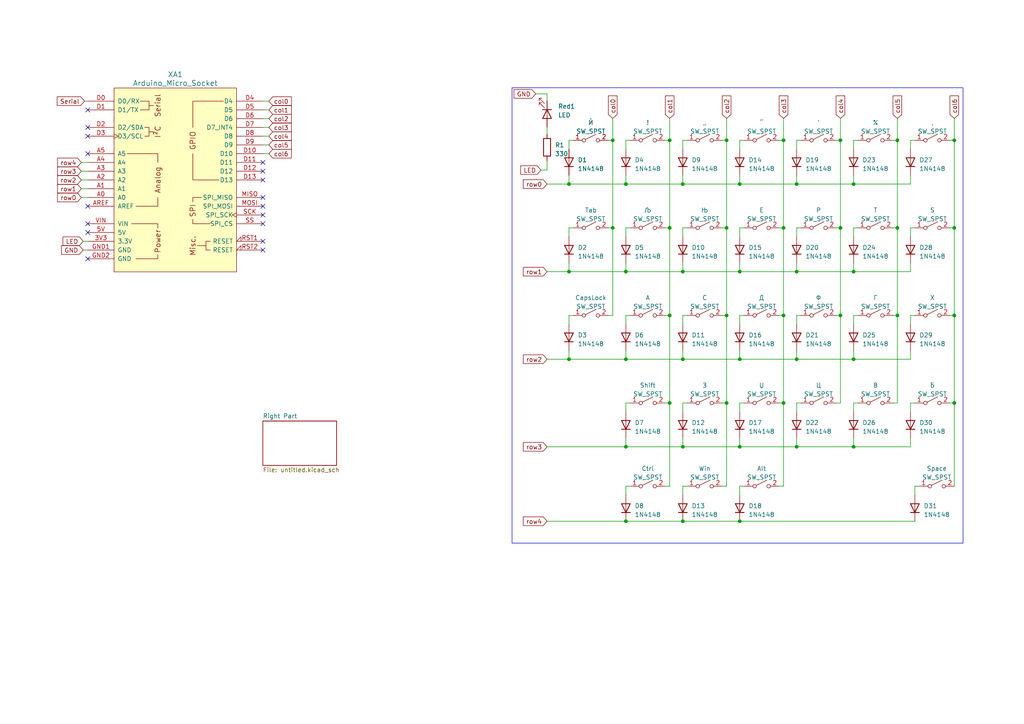
<source format=kicad_sch>
(kicad_sch (version 20230121) (generator eeschema)

  (uuid c3120ee0-e182-4809-b028-392b89097c76)

  (paper "A4")

  (title_block
    (title "Prototype Keyboard")
    (date "2023-07-07")
    (rev "Ver. 1.0")
    (company "FEIT")
  )

  (lib_symbols
    (symbol "Device:LED" (pin_numbers hide) (pin_names (offset 1.016) hide) (in_bom yes) (on_board yes)
      (property "Reference" "D" (at 0 2.54 0)
        (effects (font (size 1.27 1.27)))
      )
      (property "Value" "LED" (at 0 -2.54 0)
        (effects (font (size 1.27 1.27)))
      )
      (property "Footprint" "" (at 0 0 0)
        (effects (font (size 1.27 1.27)) hide)
      )
      (property "Datasheet" "~" (at 0 0 0)
        (effects (font (size 1.27 1.27)) hide)
      )
      (property "ki_keywords" "LED diode" (at 0 0 0)
        (effects (font (size 1.27 1.27)) hide)
      )
      (property "ki_description" "Light emitting diode" (at 0 0 0)
        (effects (font (size 1.27 1.27)) hide)
      )
      (property "ki_fp_filters" "LED* LED_SMD:* LED_THT:*" (at 0 0 0)
        (effects (font (size 1.27 1.27)) hide)
      )
      (symbol "LED_0_1"
        (polyline
          (pts
            (xy -1.27 -1.27)
            (xy -1.27 1.27)
          )
          (stroke (width 0.254) (type default))
          (fill (type none))
        )
        (polyline
          (pts
            (xy -1.27 0)
            (xy 1.27 0)
          )
          (stroke (width 0) (type default))
          (fill (type none))
        )
        (polyline
          (pts
            (xy 1.27 -1.27)
            (xy 1.27 1.27)
            (xy -1.27 0)
            (xy 1.27 -1.27)
          )
          (stroke (width 0.254) (type default))
          (fill (type none))
        )
        (polyline
          (pts
            (xy -3.048 -0.762)
            (xy -4.572 -2.286)
            (xy -3.81 -2.286)
            (xy -4.572 -2.286)
            (xy -4.572 -1.524)
          )
          (stroke (width 0) (type default))
          (fill (type none))
        )
        (polyline
          (pts
            (xy -1.778 -0.762)
            (xy -3.302 -2.286)
            (xy -2.54 -2.286)
            (xy -3.302 -2.286)
            (xy -3.302 -1.524)
          )
          (stroke (width 0) (type default))
          (fill (type none))
        )
      )
      (symbol "LED_1_1"
        (pin passive line (at -3.81 0 0) (length 2.54)
          (name "K" (effects (font (size 1.27 1.27))))
          (number "1" (effects (font (size 1.27 1.27))))
        )
        (pin passive line (at 3.81 0 180) (length 2.54)
          (name "A" (effects (font (size 1.27 1.27))))
          (number "2" (effects (font (size 1.27 1.27))))
        )
      )
    )
    (symbol "Device:R" (pin_numbers hide) (pin_names (offset 0)) (in_bom yes) (on_board yes)
      (property "Reference" "R" (at 2.032 0 90)
        (effects (font (size 1.27 1.27)))
      )
      (property "Value" "R" (at 0 0 90)
        (effects (font (size 1.27 1.27)))
      )
      (property "Footprint" "" (at -1.778 0 90)
        (effects (font (size 1.27 1.27)) hide)
      )
      (property "Datasheet" "~" (at 0 0 0)
        (effects (font (size 1.27 1.27)) hide)
      )
      (property "ki_keywords" "R res resistor" (at 0 0 0)
        (effects (font (size 1.27 1.27)) hide)
      )
      (property "ki_description" "Resistor" (at 0 0 0)
        (effects (font (size 1.27 1.27)) hide)
      )
      (property "ki_fp_filters" "R_*" (at 0 0 0)
        (effects (font (size 1.27 1.27)) hide)
      )
      (symbol "R_0_1"
        (rectangle (start -1.016 -2.54) (end 1.016 2.54)
          (stroke (width 0.254) (type default))
          (fill (type none))
        )
      )
      (symbol "R_1_1"
        (pin passive line (at 0 3.81 270) (length 1.27)
          (name "~" (effects (font (size 1.27 1.27))))
          (number "1" (effects (font (size 1.27 1.27))))
        )
        (pin passive line (at 0 -3.81 90) (length 1.27)
          (name "~" (effects (font (size 1.27 1.27))))
          (number "2" (effects (font (size 1.27 1.27))))
        )
      )
    )
    (symbol "Diode:1N4148" (pin_numbers hide) (pin_names hide) (in_bom yes) (on_board yes)
      (property "Reference" "D" (at 0 2.54 0)
        (effects (font (size 1.27 1.27)))
      )
      (property "Value" "1N4148" (at 0 -2.54 0)
        (effects (font (size 1.27 1.27)))
      )
      (property "Footprint" "Diode_THT:D_DO-35_SOD27_P7.62mm_Horizontal" (at 0 0 0)
        (effects (font (size 1.27 1.27)) hide)
      )
      (property "Datasheet" "https://assets.nexperia.com/documents/data-sheet/1N4148_1N4448.pdf" (at 0 0 0)
        (effects (font (size 1.27 1.27)) hide)
      )
      (property "Sim.Device" "D" (at 0 0 0)
        (effects (font (size 1.27 1.27)) hide)
      )
      (property "Sim.Pins" "1=K 2=A" (at 0 0 0)
        (effects (font (size 1.27 1.27)) hide)
      )
      (property "ki_keywords" "diode" (at 0 0 0)
        (effects (font (size 1.27 1.27)) hide)
      )
      (property "ki_description" "100V 0.15A standard switching diode, DO-35" (at 0 0 0)
        (effects (font (size 1.27 1.27)) hide)
      )
      (property "ki_fp_filters" "D*DO?35*" (at 0 0 0)
        (effects (font (size 1.27 1.27)) hide)
      )
      (symbol "1N4148_0_1"
        (polyline
          (pts
            (xy -1.27 1.27)
            (xy -1.27 -1.27)
          )
          (stroke (width 0.254) (type default))
          (fill (type none))
        )
        (polyline
          (pts
            (xy 1.27 0)
            (xy -1.27 0)
          )
          (stroke (width 0) (type default))
          (fill (type none))
        )
        (polyline
          (pts
            (xy 1.27 1.27)
            (xy 1.27 -1.27)
            (xy -1.27 0)
            (xy 1.27 1.27)
          )
          (stroke (width 0.254) (type default))
          (fill (type none))
        )
      )
      (symbol "1N4148_1_1"
        (pin passive line (at -3.81 0 0) (length 2.54)
          (name "K" (effects (font (size 1.27 1.27))))
          (number "1" (effects (font (size 1.27 1.27))))
        )
        (pin passive line (at 3.81 0 180) (length 2.54)
          (name "A" (effects (font (size 1.27 1.27))))
          (number "2" (effects (font (size 1.27 1.27))))
        )
      )
    )
    (symbol "PCM_arduino-library:Arduino_Micro_Socket" (pin_names (offset 1.016)) (in_bom yes) (on_board yes)
      (property "Reference" "XA" (at 0 33.02 0)
        (effects (font (size 1.524 1.524)))
      )
      (property "Value" "Arduino_Micro_Socket" (at 0 29.21 0)
        (effects (font (size 1.524 1.524)))
      )
      (property "Footprint" "PCM_arduino-library:Arduino_Micro_Socket" (at 0 -34.29 0)
        (effects (font (size 1.524 1.524)) hide)
      )
      (property "Datasheet" "https://docs.arduino.cc/hardware/micro" (at 0 -30.48 0)
        (effects (font (size 1.524 1.524)) hide)
      )
      (property "ki_keywords" "Arduino MPU Shield" (at 0 0 0)
        (effects (font (size 1.27 1.27)) hide)
      )
      (property "ki_description" "Socket for Arduino Micro" (at 0 0 0)
        (effects (font (size 1.27 1.27)) hide)
      )
      (property "ki_fp_filters" "Arduino_Micro_Socket" (at 0 0 0)
        (effects (font (size 1.27 1.27)) hide)
      )
      (symbol "Arduino_Micro_Socket_0_0"
        (rectangle (start -17.78 26.67) (end 17.78 -26.67)
          (stroke (width 0) (type default))
          (fill (type background))
        )
        (polyline
          (pts
            (xy -7.62 13.97)
            (xy -6.35 13.97)
          )
          (stroke (width 0) (type default))
          (fill (type none))
        )
        (polyline
          (pts
            (xy -7.62 21.59)
            (xy -6.35 21.59)
          )
          (stroke (width 0) (type default))
          (fill (type none))
        )
        (polyline
          (pts
            (xy 8.89 -19.05)
            (xy 6.35 -19.05)
          )
          (stroke (width 0) (type default))
          (fill (type none))
        )
        (polyline
          (pts
            (xy -11.43 -22.86)
            (xy -5.08 -22.86)
            (xy -5.08 -21.59)
          )
          (stroke (width 0) (type default))
          (fill (type none))
        )
        (polyline
          (pts
            (xy -5.08 -13.97)
            (xy -5.08 -12.7)
            (xy -12.7 -12.7)
          )
          (stroke (width 0) (type default))
          (fill (type none))
        )
        (polyline
          (pts
            (xy -5.08 -5.08)
            (xy -5.08 -7.62)
            (xy -11.43 -7.62)
          )
          (stroke (width 0) (type default))
          (fill (type none))
        )
        (polyline
          (pts
            (xy -5.08 5.08)
            (xy -5.08 7.62)
            (xy -13.97 7.62)
          )
          (stroke (width 0) (type default))
          (fill (type none))
        )
        (polyline
          (pts
            (xy 5.08 -11.43)
            (xy 5.08 -12.7)
            (xy 10.16 -12.7)
          )
          (stroke (width 0) (type default))
          (fill (type none))
        )
        (polyline
          (pts
            (xy 5.08 7.62)
            (xy 5.08 0)
            (xy 12.7 0)
          )
          (stroke (width 0) (type default))
          (fill (type none))
        )
        (polyline
          (pts
            (xy 7.62 -5.08)
            (xy 5.08 -5.08)
            (xy 5.08 -6.35)
          )
          (stroke (width 0) (type default))
          (fill (type none))
        )
        (polyline
          (pts
            (xy 13.97 22.86)
            (xy 5.08 22.86)
            (xy 5.08 15.24)
          )
          (stroke (width 0) (type default))
          (fill (type none))
        )
        (polyline
          (pts
            (xy -10.16 22.86)
            (xy -7.62 22.86)
            (xy -7.62 20.32)
            (xy -10.16 20.32)
          )
          (stroke (width 0) (type default))
          (fill (type none))
        )
        (polyline
          (pts
            (xy -8.89 15.24)
            (xy -7.62 15.24)
            (xy -7.62 12.7)
            (xy -8.89 12.7)
          )
          (stroke (width 0) (type default))
          (fill (type none))
        )
        (text "Analog" (at -5.08 0 900)
          (effects (font (size 1.524 1.524)))
        )
        (text "I²C" (at -5.08 13.97 900)
          (effects (font (size 1.524 1.524)))
        )
        (text "Misc." (at 5.08 -19.05 900)
          (effects (font (size 1.524 1.524)))
        )
        (text "Power" (at -5.08 -17.78 900)
          (effects (font (size 1.524 1.524)))
        )
        (text "Serial" (at -5.08 21.59 900)
          (effects (font (size 1.524 1.524)))
        )
        (text "SPI" (at 5.08 -8.89 900)
          (effects (font (size 1.524 1.524)))
        )
      )
      (symbol "Arduino_Micro_Socket_0_1"
        (polyline
          (pts
            (xy 10.16 -17.78)
            (xy 8.89 -17.78)
            (xy 8.89 -20.32)
            (xy 10.16 -20.32)
          )
          (stroke (width 0) (type default))
          (fill (type none))
        )
      )
      (symbol "Arduino_Micro_Socket_1_0"
        (text "GPIO" (at 5.08 11.43 900)
          (effects (font (size 1.524 1.524)))
        )
      )
      (symbol "Arduino_Micro_Socket_1_1"
        (pin power_out line (at -25.4 -17.78 0) (length 7.62)
          (name "3.3V" (effects (font (size 1.27 1.27))))
          (number "3V3" (effects (font (size 1.27 1.27))))
        )
        (pin power_in line (at -25.4 -15.24 0) (length 7.62)
          (name "5V" (effects (font (size 1.27 1.27))))
          (number "5V" (effects (font (size 1.27 1.27))))
        )
        (pin bidirectional line (at -25.4 -5.08 0) (length 7.62)
          (name "A0" (effects (font (size 1.27 1.27))))
          (number "A0" (effects (font (size 1.27 1.27))))
        )
        (pin bidirectional line (at -25.4 -2.54 0) (length 7.62)
          (name "A1" (effects (font (size 1.27 1.27))))
          (number "A1" (effects (font (size 1.27 1.27))))
        )
        (pin bidirectional line (at -25.4 0 0) (length 7.62)
          (name "A2" (effects (font (size 1.27 1.27))))
          (number "A2" (effects (font (size 1.27 1.27))))
        )
        (pin bidirectional line (at -25.4 2.54 0) (length 7.62)
          (name "A3" (effects (font (size 1.27 1.27))))
          (number "A3" (effects (font (size 1.27 1.27))))
        )
        (pin bidirectional line (at -25.4 5.08 0) (length 7.62)
          (name "A4" (effects (font (size 1.27 1.27))))
          (number "A4" (effects (font (size 1.27 1.27))))
        )
        (pin bidirectional line (at -25.4 7.62 0) (length 7.62)
          (name "A5" (effects (font (size 1.27 1.27))))
          (number "A5" (effects (font (size 1.27 1.27))))
        )
        (pin input line (at -25.4 -7.62 0) (length 7.62)
          (name "AREF" (effects (font (size 1.27 1.27))))
          (number "AREF" (effects (font (size 1.27 1.27))))
        )
        (pin bidirectional line (at -25.4 22.86 0) (length 7.62)
          (name "D0/RX" (effects (font (size 1.27 1.27))))
          (number "D0" (effects (font (size 1.27 1.27))))
        )
        (pin bidirectional line (at -25.4 20.32 0) (length 7.62)
          (name "D1/TX" (effects (font (size 1.27 1.27))))
          (number "D1" (effects (font (size 1.27 1.27))))
        )
        (pin bidirectional line (at 25.4 7.62 180) (length 7.62)
          (name "D10" (effects (font (size 1.27 1.27))))
          (number "D10" (effects (font (size 1.27 1.27))))
        )
        (pin bidirectional line (at 25.4 5.08 180) (length 7.62)
          (name "D11" (effects (font (size 1.27 1.27))))
          (number "D11" (effects (font (size 1.27 1.27))))
        )
        (pin bidirectional line (at 25.4 2.54 180) (length 7.62)
          (name "D12" (effects (font (size 1.27 1.27))))
          (number "D12" (effects (font (size 1.27 1.27))))
        )
        (pin bidirectional line (at 25.4 0 180) (length 7.62)
          (name "D13" (effects (font (size 1.27 1.27))))
          (number "D13" (effects (font (size 1.27 1.27))))
        )
        (pin bidirectional line (at -25.4 15.24 0) (length 7.62)
          (name "D2/SDA" (effects (font (size 1.27 1.27))))
          (number "D2" (effects (font (size 1.27 1.27))))
        )
        (pin bidirectional clock (at -25.4 12.7 0) (length 7.62)
          (name "D3/SCL" (effects (font (size 1.27 1.27))))
          (number "D3" (effects (font (size 1.27 1.27))))
        )
        (pin bidirectional line (at 25.4 22.86 180) (length 7.62)
          (name "D4" (effects (font (size 1.27 1.27))))
          (number "D4" (effects (font (size 1.27 1.27))))
        )
        (pin bidirectional line (at 25.4 20.32 180) (length 7.62)
          (name "D5" (effects (font (size 1.27 1.27))))
          (number "D5" (effects (font (size 1.27 1.27))))
        )
        (pin bidirectional line (at 25.4 17.78 180) (length 7.62)
          (name "D6" (effects (font (size 1.27 1.27))))
          (number "D6" (effects (font (size 1.27 1.27))))
        )
        (pin bidirectional line (at 25.4 15.24 180) (length 7.62)
          (name "D7_INT4" (effects (font (size 1.27 1.27))))
          (number "D7" (effects (font (size 1.27 1.27))))
        )
        (pin bidirectional line (at 25.4 12.7 180) (length 7.62)
          (name "D8" (effects (font (size 1.27 1.27))))
          (number "D8" (effects (font (size 1.27 1.27))))
        )
        (pin bidirectional line (at 25.4 10.16 180) (length 7.62)
          (name "D9" (effects (font (size 1.27 1.27))))
          (number "D9" (effects (font (size 1.27 1.27))))
        )
        (pin power_in line (at -25.4 -20.32 0) (length 7.62)
          (name "GND" (effects (font (size 1.27 1.27))))
          (number "GND1" (effects (font (size 1.27 1.27))))
        )
        (pin power_in line (at -25.4 -22.86 0) (length 7.62)
          (name "GND" (effects (font (size 1.27 1.27))))
          (number "GND2" (effects (font (size 1.27 1.27))))
        )
        (pin input line (at 25.4 -5.08 180) (length 7.62)
          (name "SPI_MISO" (effects (font (size 1.27 1.27))))
          (number "MISO" (effects (font (size 1.27 1.27))))
        )
        (pin output line (at 25.4 -7.62 180) (length 7.62)
          (name "SPI_MOSI" (effects (font (size 1.27 1.27))))
          (number "MOSI" (effects (font (size 1.27 1.27))))
        )
        (pin open_collector input_low (at 25.4 -17.78 180) (length 7.62)
          (name "RESET" (effects (font (size 1.27 1.27))))
          (number "RST1" (effects (font (size 1.27 1.27))))
        )
        (pin open_collector input_low (at 25.4 -20.32 180) (length 7.62)
          (name "RESET" (effects (font (size 1.27 1.27))))
          (number "RST2" (effects (font (size 1.27 1.27))))
        )
        (pin output clock (at 25.4 -10.16 180) (length 7.62)
          (name "SPI_SCK" (effects (font (size 1.27 1.27))))
          (number "SCK" (effects (font (size 1.27 1.27))))
        )
        (pin bidirectional line (at 25.4 -12.7 180) (length 7.62)
          (name "SPI_CS" (effects (font (size 1.27 1.27))))
          (number "SS" (effects (font (size 1.27 1.27))))
        )
        (pin power_in line (at -25.4 -12.7 0) (length 7.62)
          (name "VIN" (effects (font (size 1.27 1.27))))
          (number "VIN" (effects (font (size 1.27 1.27))))
        )
      )
    )
    (symbol "Switch:SW_SPST" (pin_names (offset 0) hide) (in_bom yes) (on_board yes)
      (property "Reference" "SW" (at 0 3.175 0)
        (effects (font (size 1.27 1.27)))
      )
      (property "Value" "SW_SPST" (at 0 -2.54 0)
        (effects (font (size 1.27 1.27)))
      )
      (property "Footprint" "" (at 0 0 0)
        (effects (font (size 1.27 1.27)) hide)
      )
      (property "Datasheet" "~" (at 0 0 0)
        (effects (font (size 1.27 1.27)) hide)
      )
      (property "ki_keywords" "switch lever" (at 0 0 0)
        (effects (font (size 1.27 1.27)) hide)
      )
      (property "ki_description" "Single Pole Single Throw (SPST) switch" (at 0 0 0)
        (effects (font (size 1.27 1.27)) hide)
      )
      (symbol "SW_SPST_0_0"
        (circle (center -2.032 0) (radius 0.508)
          (stroke (width 0) (type default))
          (fill (type none))
        )
        (polyline
          (pts
            (xy -1.524 0.254)
            (xy 1.524 1.778)
          )
          (stroke (width 0) (type default))
          (fill (type none))
        )
        (circle (center 2.032 0) (radius 0.508)
          (stroke (width 0) (type default))
          (fill (type none))
        )
      )
      (symbol "SW_SPST_1_1"
        (pin passive line (at -5.08 0 0) (length 2.54)
          (name "A" (effects (font (size 1.27 1.27))))
          (number "1" (effects (font (size 1.27 1.27))))
        )
        (pin passive line (at 5.08 0 180) (length 2.54)
          (name "B" (effects (font (size 1.27 1.27))))
          (number "2" (effects (font (size 1.27 1.27))))
        )
      )
    )
  )

  (junction (at 276.7838 116.8908) (diameter 0) (color 0 0 0 0)
    (uuid 01123a79-1ff8-487b-a740-2f0a3297f648)
  )
  (junction (at 177.7238 40.6908) (diameter 0) (color 0 0 0 0)
    (uuid 055b4007-d163-499c-b5d7-25153cc4f9a2)
  )
  (junction (at 198.0438 104.1908) (diameter 0) (color 0 0 0 0)
    (uuid 1507c269-71b2-4188-9abe-c18a81f5d6a0)
  )
  (junction (at 247.5738 129.5908) (diameter 0) (color 0 0 0 0)
    (uuid 18090a31-8e4d-44b1-ae29-dd2f388b8c20)
  )
  (junction (at 181.5338 53.3908) (diameter 0) (color 0 0 0 0)
    (uuid 1820fd4e-d081-4df2-9c04-d8bc76f81a75)
  )
  (junction (at 165.0238 78.7908) (diameter 0) (color 0 0 0 0)
    (uuid 1a0f9c40-f9a7-44d9-8a17-4ba0c64ae533)
  )
  (junction (at 276.7838 91.4908) (diameter 0) (color 0 0 0 0)
    (uuid 1dcf1101-3b43-42ef-92c2-12726ad36d6b)
  )
  (junction (at 231.0638 129.5908) (diameter 0) (color 0 0 0 0)
    (uuid 2281bbaa-09d4-4048-83a2-2331e6351e0b)
  )
  (junction (at 214.5538 53.3908) (diameter 0) (color 0 0 0 0)
    (uuid 32fb0208-0922-4fda-8177-55ccc0832fac)
  )
  (junction (at 247.5738 104.1908) (diameter 0) (color 0 0 0 0)
    (uuid 344f3a86-9667-4688-bc22-750a9f40bdbd)
  )
  (junction (at 231.0638 104.1908) (diameter 0) (color 0 0 0 0)
    (uuid 34845e3f-2efc-48cd-a8ac-02e3c64b32f0)
  )
  (junction (at 247.5738 78.7908) (diameter 0) (color 0 0 0 0)
    (uuid 3557284a-af4e-446f-afa9-f88fc1d9d4f6)
  )
  (junction (at 194.2338 116.8908) (diameter 0) (color 0 0 0 0)
    (uuid 356f2960-d840-4627-b8ed-c0a90712c143)
  )
  (junction (at 260.2738 66.0908) (diameter 0) (color 0 0 0 0)
    (uuid 5237fb2a-1bde-4e02-a2dc-68ce8de2bd2e)
  )
  (junction (at 194.2338 40.6908) (diameter 0) (color 0 0 0 0)
    (uuid 54236615-700d-4c8d-8852-20e9f58dd73d)
  )
  (junction (at 227.2538 40.6908) (diameter 0) (color 0 0 0 0)
    (uuid 55d6b7f8-4abc-4ad1-a45c-e3dfdc003c5d)
  )
  (junction (at 198.0438 53.3908) (diameter 0) (color 0 0 0 0)
    (uuid 58953034-7938-4ce0-9874-f5e55fb8e7d4)
  )
  (junction (at 214.5538 104.1908) (diameter 0) (color 0 0 0 0)
    (uuid 5a653d87-81c6-41cd-b39a-83fce91f2db5)
  )
  (junction (at 276.7838 40.6908) (diameter 0) (color 0 0 0 0)
    (uuid 5b17c39b-cee5-46a9-ac6e-4215dad10689)
  )
  (junction (at 231.0638 53.3908) (diameter 0) (color 0 0 0 0)
    (uuid 5da82e59-28a9-475d-b4b3-b6cf7fe07405)
  )
  (junction (at 243.7638 40.6908) (diameter 0) (color 0 0 0 0)
    (uuid 61bf89a2-d84c-4c68-9f8e-3d5dd8467aa4)
  )
  (junction (at 214.5538 129.5908) (diameter 0) (color 0 0 0 0)
    (uuid 6702f345-150e-4f25-a7bd-b83fe8f1ba83)
  )
  (junction (at 227.2538 116.8908) (diameter 0) (color 0 0 0 0)
    (uuid 6904f1e4-7d4b-4f8e-8538-27f4cff56e78)
  )
  (junction (at 165.0238 104.1908) (diameter 0) (color 0 0 0 0)
    (uuid 69bfb512-ba0c-4de7-9280-5a15e2dc6a61)
  )
  (junction (at 260.2738 91.4908) (diameter 0) (color 0 0 0 0)
    (uuid 6b6faa65-6798-4773-aa8a-2109b7c23971)
  )
  (junction (at 198.0438 151.1808) (diameter 0) (color 0 0 0 0)
    (uuid 750f599b-7555-4942-8fca-1dab2317e5bc)
  )
  (junction (at 214.5538 78.7908) (diameter 0) (color 0 0 0 0)
    (uuid 78e003bf-8709-49b5-9fb1-833d20de4311)
  )
  (junction (at 194.2338 91.4908) (diameter 0) (color 0 0 0 0)
    (uuid 7e227723-071f-49b2-a942-1459c4f12662)
  )
  (junction (at 247.5738 53.3908) (diameter 0) (color 0 0 0 0)
    (uuid 8188eeca-c1a7-42c2-926d-2b663547f38a)
  )
  (junction (at 198.0438 129.5908) (diameter 0) (color 0 0 0 0)
    (uuid 8d4cfcdc-4e6f-44ce-928b-4289661f9ecd)
  )
  (junction (at 243.7638 91.4908) (diameter 0) (color 0 0 0 0)
    (uuid 8d7b2b57-fe9e-46d2-aa6e-15172f9162a8)
  )
  (junction (at 181.5338 129.5908) (diameter 0) (color 0 0 0 0)
    (uuid 90fc8038-847a-4970-801a-ce3c1b0e7aef)
  )
  (junction (at 177.7238 66.0908) (diameter 0) (color 0 0 0 0)
    (uuid 91b527be-8f87-4222-b81a-941d93abfcfb)
  )
  (junction (at 181.5338 78.7908) (diameter 0) (color 0 0 0 0)
    (uuid 98240d6b-cddb-44d4-aca4-72ae1121778e)
  )
  (junction (at 214.5538 151.1808) (diameter 0) (color 0 0 0 0)
    (uuid a32eae71-3e4f-4bf2-829c-503ba326731e)
  )
  (junction (at 181.5338 151.1808) (diameter 0) (color 0 0 0 0)
    (uuid b7695c1e-80b7-4121-9b3f-6b768b98ba1f)
  )
  (junction (at 198.0438 78.7908) (diameter 0) (color 0 0 0 0)
    (uuid bccb6f2f-3331-425c-9747-59480531bacb)
  )
  (junction (at 210.7438 91.4908) (diameter 0) (color 0 0 0 0)
    (uuid ca3a8288-2395-411f-b25c-aeb5496747f9)
  )
  (junction (at 165.0238 53.3908) (diameter 0) (color 0 0 0 0)
    (uuid d7d0f0c9-340a-4cbc-a6e3-7d5daf13a3dc)
  )
  (junction (at 276.7838 66.0908) (diameter 0) (color 0 0 0 0)
    (uuid d8e33e21-5daa-49fe-97c5-d89b74aba288)
  )
  (junction (at 210.7438 40.6908) (diameter 0) (color 0 0 0 0)
    (uuid dc71cd57-1d26-43a1-b042-7f10e4660fd8)
  )
  (junction (at 231.0638 78.7908) (diameter 0) (color 0 0 0 0)
    (uuid dd267915-18b3-4ee3-b946-01269a1bd2d6)
  )
  (junction (at 194.2338 66.0908) (diameter 0) (color 0 0 0 0)
    (uuid dfe2b206-ea45-40b8-8d11-ad3eb35d5164)
  )
  (junction (at 243.7638 66.0908) (diameter 0) (color 0 0 0 0)
    (uuid e74c9c96-9f4d-4d21-a97f-f3d049e9980a)
  )
  (junction (at 210.7438 66.0908) (diameter 0) (color 0 0 0 0)
    (uuid e91fdad2-e709-43a9-8f97-44c31e10e0b7)
  )
  (junction (at 181.5338 104.1908) (diameter 0) (color 0 0 0 0)
    (uuid ed681d86-7666-4c92-9c8a-fce8c19744b7)
  )
  (junction (at 260.2738 40.6908) (diameter 0) (color 0 0 0 0)
    (uuid efae07a0-c5cd-4599-81db-2909d388fba9)
  )
  (junction (at 210.7438 116.8908) (diameter 0) (color 0 0 0 0)
    (uuid f8af5e8d-68df-4ed3-99d3-dc0e60ae7d7b)
  )
  (junction (at 227.2538 91.4908) (diameter 0) (color 0 0 0 0)
    (uuid f90a36bf-3ae1-4c15-a31b-83617d28e30b)
  )
  (junction (at 227.2538 66.0908) (diameter 0) (color 0 0 0 0)
    (uuid f96bec98-be29-4213-8626-effadc4b2b80)
  )

  (no_connect (at 25.4508 39.497) (uuid 1882e8c0-944b-4325-b309-81f162acfcbb))
  (no_connect (at 76.2508 59.817) (uuid 26d04034-0b59-4b52-ba68-b430ca6ce127))
  (no_connect (at 76.2508 62.357) (uuid 30ac8ce6-bbc2-45b7-a59d-fae0bd30d6de))
  (no_connect (at 76.2508 49.657) (uuid 43bf7692-b6c8-4226-8f18-15b1b52cd2eb))
  (no_connect (at 25.4508 31.877) (uuid 4cde2ac5-c5a0-4a97-a66b-ce683d831036))
  (no_connect (at 76.2508 69.977) (uuid 52116a35-c6cd-4887-ba4d-a35f97d8bde1))
  (no_connect (at 25.4508 36.957) (uuid 54823180-dbd8-4913-8bb0-4d5ffe8fef0a))
  (no_connect (at 25.4508 59.817) (uuid 5df63026-67be-488a-8d82-e5666fe103a3))
  (no_connect (at 25.4508 44.577) (uuid 79ccf3af-c97d-4391-9e80-659254c9691c))
  (no_connect (at 76.2508 47.117) (uuid 90a5994e-ad8f-4f7d-ba1e-bae7584cf65c))
  (no_connect (at 25.4508 75.057) (uuid d1d7674e-ebb1-428f-b0d4-4e374b6cf4db))
  (no_connect (at 76.2508 52.197) (uuid e078690a-315d-4d3a-b85f-048d3e0f573f))
  (no_connect (at 76.2508 72.517) (uuid e1fe767a-830c-4acc-a623-07576101713f))
  (no_connect (at 76.2508 64.897) (uuid e449fa9e-075e-42b1-b4f3-fd0e29b85eba))
  (no_connect (at 76.2508 57.277) (uuid e9e396df-db0c-424d-893f-0829f2ac7108))
  (no_connect (at 25.4508 64.897) (uuid f7b60609-a0f6-4cec-a171-747ca5a87852))
  (no_connect (at 25.4508 67.437) (uuid fe8d1005-0b07-4c96-adbf-37757d578e96))

  (wire (pts (xy 177.7238 34.3408) (xy 177.7238 40.6908))
    (stroke (width 0) (type default))
    (uuid 004dba02-4a90-42f2-9623-bc5696cd581a)
  )
  (wire (pts (xy 215.8238 116.8908) (xy 214.5538 116.8908))
    (stroke (width 0) (type default))
    (uuid 0164d0c1-5f15-4899-9eaf-bd925e25d7c4)
  )
  (wire (pts (xy 198.0438 104.1908) (xy 214.5538 104.1908))
    (stroke (width 0) (type default))
    (uuid 018a3fd7-713b-42e3-bb72-3548d33dbea5)
  )
  (wire (pts (xy 243.7638 40.6908) (xy 243.7638 66.0908))
    (stroke (width 0) (type default))
    (uuid 01bca5fc-8f29-46bd-886a-f13f93adbbda)
  )
  (wire (pts (xy 264.0838 66.0908) (xy 264.0838 68.6308))
    (stroke (width 0) (type default))
    (uuid 03249ec3-2b08-464f-ab8f-03cf4a41e853)
  )
  (wire (pts (xy 232.3338 66.0908) (xy 231.0638 66.0908))
    (stroke (width 0) (type default))
    (uuid 03250c57-1019-4be5-9752-bb63d31daaa0)
  )
  (wire (pts (xy 158.6738 27.2288) (xy 158.6738 29.2608))
    (stroke (width 0) (type default))
    (uuid 04a1a17d-ee18-4247-aad6-45b96b2463f7)
  )
  (wire (pts (xy 198.0438 127.0508) (xy 198.0438 129.5908))
    (stroke (width 0) (type default))
    (uuid 05dcd4e4-9c5d-490b-8b4d-cc3e52ea804d)
  )
  (wire (pts (xy 264.0838 76.2508) (xy 264.0838 78.7908))
    (stroke (width 0) (type default))
    (uuid 06c60394-2b78-4900-8527-b7bf3b2be859)
  )
  (wire (pts (xy 181.5338 129.5908) (xy 198.0438 129.5908))
    (stroke (width 0) (type default))
    (uuid 076f55ef-e8a7-4ec0-8f04-bda3f73223bf)
  )
  (wire (pts (xy 198.0438 101.6508) (xy 198.0438 104.1908))
    (stroke (width 0) (type default))
    (uuid 078ace00-dca9-4c47-95fa-29f54546cef0)
  )
  (wire (pts (xy 227.2538 34.3408) (xy 227.2538 40.6908))
    (stroke (width 0) (type default))
    (uuid 07eb6292-7350-402a-86c2-5dfdd0e853f4)
  )
  (wire (pts (xy 259.0038 40.6908) (xy 260.2738 40.6908))
    (stroke (width 0) (type default))
    (uuid 081b1abe-33c0-438a-b281-d648cd4d73ba)
  )
  (wire (pts (xy 198.0438 53.3908) (xy 214.5538 53.3908))
    (stroke (width 0) (type default))
    (uuid 08e04159-f56d-4a3f-aa93-127d2440d2df)
  )
  (wire (pts (xy 176.4538 66.0908) (xy 177.7238 66.0908))
    (stroke (width 0) (type default))
    (uuid 09275f22-02c7-40f8-9327-caf0a73e40ea)
  )
  (wire (pts (xy 181.5338 151.1808) (xy 198.0438 151.1808))
    (stroke (width 0) (type default))
    (uuid 09c5dbbd-72d7-4df5-9c32-67ac09b72982)
  )
  (wire (pts (xy 248.8438 91.4908) (xy 247.5738 91.4908))
    (stroke (width 0) (type default))
    (uuid 0ab5c021-b580-4f6e-ab75-96a815079c27)
  )
  (wire (pts (xy 24.13 69.977) (xy 25.4508 69.977))
    (stroke (width 0) (type default))
    (uuid 0ae667af-f59b-444d-8166-3c9e474ad361)
  )
  (wire (pts (xy 247.5738 127.0508) (xy 247.5738 129.5908))
    (stroke (width 0) (type default))
    (uuid 0dca85d4-1bed-4ff5-81ad-97f7d2049c00)
  )
  (wire (pts (xy 260.2738 66.0908) (xy 260.2738 91.4908))
    (stroke (width 0) (type default))
    (uuid 0f6777a8-ee0f-4ea2-85f1-ac9dddab554b)
  )
  (wire (pts (xy 242.4938 116.8908) (xy 243.7638 116.8908))
    (stroke (width 0) (type default))
    (uuid 11320b98-7f43-49b4-8338-b8554d48cc76)
  )
  (wire (pts (xy 214.5538 129.5908) (xy 231.0638 129.5908))
    (stroke (width 0) (type default))
    (uuid 119e3ba8-1812-41a5-9df4-d9a449774be1)
  )
  (wire (pts (xy 199.3138 141.0208) (xy 198.0438 141.0208))
    (stroke (width 0) (type default))
    (uuid 13a3eb78-ecee-4624-859b-b23ed7382a3d)
  )
  (wire (pts (xy 156.8958 49.3268) (xy 158.6738 49.3268))
    (stroke (width 0) (type default))
    (uuid 13d0dfee-6877-4574-8cca-7f098f379bf2)
  )
  (wire (pts (xy 76.2508 39.497) (xy 77.978 39.497))
    (stroke (width 0) (type default))
    (uuid 143e26f6-760e-4ae1-941c-fe205ec09edb)
  )
  (wire (pts (xy 181.5338 127.0508) (xy 181.5338 129.5908))
    (stroke (width 0) (type default))
    (uuid 1735a7f0-020c-46a4-a491-a3e46bed0301)
  )
  (wire (pts (xy 76.2508 44.577) (xy 77.978 44.577))
    (stroke (width 0) (type default))
    (uuid 17805bf5-f6b4-4149-a47d-fe374be5f43b)
  )
  (wire (pts (xy 210.7438 66.0908) (xy 210.7438 91.4908))
    (stroke (width 0) (type default))
    (uuid 17d6f318-ae0b-4a8e-bb24-0a4c8335a41a)
  )
  (wire (pts (xy 176.4538 91.4908) (xy 177.7238 91.4908))
    (stroke (width 0) (type default))
    (uuid 18755b6f-abf0-4c6b-b3e8-7b551b5aebee)
  )
  (wire (pts (xy 198.0438 66.0908) (xy 198.0438 68.6308))
    (stroke (width 0) (type default))
    (uuid 1aa84fc7-5acb-4c33-9cbd-dc43800f2eee)
  )
  (wire (pts (xy 76.2508 31.877) (xy 77.978 31.877))
    (stroke (width 0) (type default))
    (uuid 1abb604d-8815-4325-b2a2-ae966d426b3a)
  )
  (wire (pts (xy 248.8438 116.8908) (xy 247.5738 116.8908))
    (stroke (width 0) (type default))
    (uuid 1c7d0540-afdf-462b-9e48-e75353ceabfd)
  )
  (wire (pts (xy 158.6738 49.3268) (xy 158.6738 46.5328))
    (stroke (width 0) (type default))
    (uuid 1eb074bf-8d5d-42e5-b5a1-c0414187400c)
  )
  (wire (pts (xy 247.5738 78.7908) (xy 264.0838 78.7908))
    (stroke (width 0) (type default))
    (uuid 1fdd2b1b-046f-4695-9f84-52528eafba9e)
  )
  (wire (pts (xy 192.9638 66.0908) (xy 194.2338 66.0908))
    (stroke (width 0) (type default))
    (uuid 2316ce0b-bb13-4492-b997-7fd74188fa16)
  )
  (wire (pts (xy 215.8238 66.0908) (xy 214.5538 66.0908))
    (stroke (width 0) (type default))
    (uuid 244d6ba7-e3a2-465d-b1da-c9bf943b868d)
  )
  (wire (pts (xy 23.5966 52.197) (xy 25.4508 52.197))
    (stroke (width 0) (type default))
    (uuid 249c78d1-cdb4-4807-83ef-831777a51700)
  )
  (wire (pts (xy 192.9638 116.8908) (xy 194.2338 116.8908))
    (stroke (width 0) (type default))
    (uuid 251dede7-0083-4d90-80d1-5fe433eb3197)
  )
  (wire (pts (xy 265.3538 40.6908) (xy 264.0838 40.6908))
    (stroke (width 0) (type default))
    (uuid 25d62be8-dcce-4bbe-9121-e08b27786d7f)
  )
  (wire (pts (xy 210.7438 116.8908) (xy 210.7438 141.0208))
    (stroke (width 0) (type default))
    (uuid 27e026e8-b822-4624-8b06-ca2a395556ec)
  )
  (wire (pts (xy 177.7238 66.0908) (xy 177.7238 91.4908))
    (stroke (width 0) (type default))
    (uuid 287c44b3-9165-47db-b9d5-9fcf634edddb)
  )
  (wire (pts (xy 23.5966 57.277) (xy 25.4508 57.277))
    (stroke (width 0) (type default))
    (uuid 29d9868e-c214-4221-804c-cc2a0703ff92)
  )
  (wire (pts (xy 232.3338 91.4908) (xy 231.0638 91.4908))
    (stroke (width 0) (type default))
    (uuid 2c38a8b4-0f43-4022-af68-5c5b3d641c9f)
  )
  (wire (pts (xy 166.2938 91.4908) (xy 165.0238 91.4908))
    (stroke (width 0) (type default))
    (uuid 2cfab78a-dd82-437d-9d17-cfcb2302c85e)
  )
  (wire (pts (xy 165.0238 50.8508) (xy 165.0238 53.3908))
    (stroke (width 0) (type default))
    (uuid 2ebab407-72b5-478e-a9fc-c80168b6cd9b)
  )
  (wire (pts (xy 165.0238 40.6908) (xy 165.0238 43.2308))
    (stroke (width 0) (type default))
    (uuid 2f238303-9161-42ab-9b14-6898a3dff824)
  )
  (wire (pts (xy 158.6738 78.7908) (xy 165.0238 78.7908))
    (stroke (width 0) (type default))
    (uuid 2f6cb8f5-8ca3-41b0-841e-4f0b5e0821db)
  )
  (wire (pts (xy 210.7438 34.3408) (xy 210.7438 40.6908))
    (stroke (width 0) (type default))
    (uuid 2ff7a3c9-92cc-4a8b-b757-97e6424ba074)
  )
  (wire (pts (xy 276.7838 91.4908) (xy 276.7838 116.8908))
    (stroke (width 0) (type default))
    (uuid 325d9562-8cb6-4802-b2f0-0cd7b7bade11)
  )
  (wire (pts (xy 181.5338 40.6908) (xy 181.5338 43.2308))
    (stroke (width 0) (type default))
    (uuid 329976e4-c78c-4130-88b9-d0b9b405da68)
  )
  (wire (pts (xy 181.5338 50.8508) (xy 181.5338 53.3908))
    (stroke (width 0) (type default))
    (uuid 35fd8318-16e3-4fbf-b9e9-385861bab3d9)
  )
  (wire (pts (xy 225.9838 66.0908) (xy 227.2538 66.0908))
    (stroke (width 0) (type default))
    (uuid 36a62a81-1005-4fa7-a717-6d5c926f97bc)
  )
  (wire (pts (xy 198.0438 151.1808) (xy 214.5538 151.1808))
    (stroke (width 0) (type default))
    (uuid 36f5be47-27e7-47d1-8f77-54b1a377d8b7)
  )
  (wire (pts (xy 214.5538 78.7908) (xy 231.0638 78.7908))
    (stroke (width 0) (type default))
    (uuid 38ae4159-7370-4df9-a623-cdfcc2772739)
  )
  (wire (pts (xy 242.4938 66.0908) (xy 243.7638 66.0908))
    (stroke (width 0) (type default))
    (uuid 38ca2eb1-2ec2-44e8-8997-8013f7f188a4)
  )
  (wire (pts (xy 214.5538 101.6508) (xy 214.5538 104.1908))
    (stroke (width 0) (type default))
    (uuid 38dc012c-8d8e-43d3-bc46-fa93c5e49a98)
  )
  (wire (pts (xy 76.2508 42.037) (xy 77.978 42.037))
    (stroke (width 0) (type default))
    (uuid 39b39fa0-79c3-43d2-8066-0eafea81e69d)
  )
  (wire (pts (xy 23.5966 49.657) (xy 25.4508 49.657))
    (stroke (width 0) (type default))
    (uuid 3bc8b23a-903e-4be3-b947-b5d14332d6b1)
  )
  (wire (pts (xy 231.0638 78.7908) (xy 247.5738 78.7908))
    (stroke (width 0) (type default))
    (uuid 3bdc6dbe-6d38-464a-9ad6-fb0aee0de2e0)
  )
  (wire (pts (xy 198.0438 91.4908) (xy 198.0438 94.0308))
    (stroke (width 0) (type default))
    (uuid 3c8d5ccc-bc4e-435c-b344-65401340d525)
  )
  (wire (pts (xy 214.5538 50.8508) (xy 214.5538 53.3908))
    (stroke (width 0) (type default))
    (uuid 3c91d46b-d49d-4860-bea7-0c324d685052)
  )
  (wire (pts (xy 177.7238 40.6908) (xy 177.7238 66.0908))
    (stroke (width 0) (type default))
    (uuid 3dbb4659-072b-45e3-8f21-2ad6da3bec7c)
  )
  (wire (pts (xy 198.0438 78.7908) (xy 214.5538 78.7908))
    (stroke (width 0) (type default))
    (uuid 3e765fff-6a04-4ce3-92a8-9ec584f96cea)
  )
  (wire (pts (xy 265.3538 141.0208) (xy 265.3538 143.5608))
    (stroke (width 0) (type default))
    (uuid 4050dba0-964b-4a52-bdf8-3088d8b46584)
  )
  (wire (pts (xy 214.5538 91.4908) (xy 214.5538 94.0308))
    (stroke (width 0) (type default))
    (uuid 41659f98-c3f5-4cc3-b822-c3cf37c658bc)
  )
  (wire (pts (xy 264.0838 40.6908) (xy 264.0838 43.2308))
    (stroke (width 0) (type default))
    (uuid 41847d63-8d21-407c-a6c2-5c930fe1aeba)
  )
  (wire (pts (xy 165.0238 91.4908) (xy 165.0238 94.0308))
    (stroke (width 0) (type default))
    (uuid 41b17bbd-3832-4a43-98a1-b2b529b8aa55)
  )
  (wire (pts (xy 181.5338 101.6508) (xy 181.5338 104.1908))
    (stroke (width 0) (type default))
    (uuid 46a29f65-c22c-4b89-8f5a-8a39e892081d)
  )
  (wire (pts (xy 276.7838 66.0908) (xy 276.7838 91.4908))
    (stroke (width 0) (type default))
    (uuid 4b3bd632-dbac-4415-838d-f2387af5163a)
  )
  (wire (pts (xy 214.5538 104.1908) (xy 231.0638 104.1908))
    (stroke (width 0) (type default))
    (uuid 4bc11415-3ef9-4fbc-ba48-ee2743bea603)
  )
  (wire (pts (xy 265.3538 116.8908) (xy 264.0838 116.8908))
    (stroke (width 0) (type default))
    (uuid 4d751185-89e7-4c64-b445-ea7a7ed3b34c)
  )
  (wire (pts (xy 242.4938 91.4908) (xy 243.7638 91.4908))
    (stroke (width 0) (type default))
    (uuid 4df1f585-52e0-44cd-a543-0fc93d1d7948)
  )
  (wire (pts (xy 209.4738 141.0208) (xy 210.7438 141.0208))
    (stroke (width 0) (type default))
    (uuid 4f4379a0-f058-4bc5-9aae-70bd9e31b491)
  )
  (wire (pts (xy 181.5338 116.8908) (xy 181.5338 119.4308))
    (stroke (width 0) (type default))
    (uuid 50e49b49-6abe-486f-b2af-5800ed4842f2)
  )
  (wire (pts (xy 209.4738 40.6908) (xy 210.7438 40.6908))
    (stroke (width 0) (type default))
    (uuid 51ce872e-2497-448d-b81d-cfcc746ff29c)
  )
  (wire (pts (xy 231.0638 76.2508) (xy 231.0638 78.7908))
    (stroke (width 0) (type default))
    (uuid 52048d01-f797-43fe-aea8-d61a7b64438d)
  )
  (wire (pts (xy 176.4538 40.6908) (xy 177.7238 40.6908))
    (stroke (width 0) (type default))
    (uuid 5213c68a-209d-461b-a440-798fc22d9954)
  )
  (wire (pts (xy 276.7838 40.6908) (xy 276.7838 66.0908))
    (stroke (width 0) (type default))
    (uuid 5403cdf5-215b-4679-a13d-d7a001d3d18d)
  )
  (wire (pts (xy 276.7838 116.8908) (xy 276.7838 141.0208))
    (stroke (width 0) (type default))
    (uuid 55066911-35a9-4ed8-a6c5-c0bcb73ecd54)
  )
  (wire (pts (xy 231.0638 40.6908) (xy 231.0638 43.2308))
    (stroke (width 0) (type default))
    (uuid 56d2d014-89a1-40d4-b069-a5ef7e411bd1)
  )
  (wire (pts (xy 231.0638 104.1908) (xy 247.5738 104.1908))
    (stroke (width 0) (type default))
    (uuid 58bbe114-acf1-405b-b6d7-ca1e201d032b)
  )
  (wire (pts (xy 199.3138 116.8908) (xy 198.0438 116.8908))
    (stroke (width 0) (type default))
    (uuid 5a406b92-998b-420c-9cfb-d1a317c5f247)
  )
  (wire (pts (xy 194.2338 66.0908) (xy 194.2338 91.4908))
    (stroke (width 0) (type default))
    (uuid 5a9c2051-1a95-4ec2-b2fe-113cc9b013b6)
  )
  (wire (pts (xy 243.7638 66.0908) (xy 243.7638 91.4908))
    (stroke (width 0) (type default))
    (uuid 5b18c867-bb5b-4dbb-a876-be0129d16ad8)
  )
  (wire (pts (xy 247.5738 129.5908) (xy 264.0838 129.5908))
    (stroke (width 0) (type default))
    (uuid 5bb265ee-de7b-4256-9834-ad2ffd49ae88)
  )
  (wire (pts (xy 199.3138 91.4908) (xy 198.0438 91.4908))
    (stroke (width 0) (type default))
    (uuid 5e034ec9-117d-4cc6-a6b6-d7f691dbdea0)
  )
  (wire (pts (xy 231.0638 127.0508) (xy 231.0638 129.5908))
    (stroke (width 0) (type default))
    (uuid 61132cf8-59e3-4b04-b537-5cc06f304d13)
  )
  (wire (pts (xy 243.7638 34.3408) (xy 243.7638 40.6908))
    (stroke (width 0) (type default))
    (uuid 68ccfa80-abc0-4430-94d9-26ab2f595096)
  )
  (wire (pts (xy 225.9838 141.0208) (xy 227.2538 141.0208))
    (stroke (width 0) (type default))
    (uuid 69c1903f-1eaf-4df3-900c-74cef04d36b8)
  )
  (wire (pts (xy 214.5538 40.6908) (xy 214.5538 43.2308))
    (stroke (width 0) (type default))
    (uuid 69d9e9cb-a932-4ff3-b48b-27559c9aec82)
  )
  (wire (pts (xy 247.5738 66.0908) (xy 247.5738 68.6308))
    (stroke (width 0) (type default))
    (uuid 6a186cfd-24c8-4b1f-9b91-f7d39eda1e5e)
  )
  (wire (pts (xy 243.7638 91.4908) (xy 243.7638 116.8908))
    (stroke (width 0) (type default))
    (uuid 6d5ad1df-b09d-4209-95de-c731899f4711)
  )
  (wire (pts (xy 182.8038 91.4908) (xy 181.5338 91.4908))
    (stroke (width 0) (type default))
    (uuid 6f93a719-1f9c-4cc5-b4ca-e32c868189a9)
  )
  (wire (pts (xy 166.2938 66.0908) (xy 165.0238 66.0908))
    (stroke (width 0) (type default))
    (uuid 7142d3a6-5187-47a8-bb9b-f35db187ae82)
  )
  (wire (pts (xy 165.0238 78.7908) (xy 181.5338 78.7908))
    (stroke (width 0) (type default))
    (uuid 718741c6-9497-404a-b2bd-94ed35b7309f)
  )
  (wire (pts (xy 264.0838 91.4908) (xy 264.0838 94.0308))
    (stroke (width 0) (type default))
    (uuid 7355a28b-ccfa-4d0e-8889-9bcfae7faf99)
  )
  (wire (pts (xy 76.2508 36.957) (xy 77.978 36.957))
    (stroke (width 0) (type default))
    (uuid 73cc3b04-630d-427b-8e56-cf1f4782781b)
  )
  (wire (pts (xy 209.4738 116.8908) (xy 210.7438 116.8908))
    (stroke (width 0) (type default))
    (uuid 73d408a7-8706-4983-8054-98162585d761)
  )
  (wire (pts (xy 215.8238 91.4908) (xy 214.5538 91.4908))
    (stroke (width 0) (type default))
    (uuid 784e3449-ab67-4f1f-a635-5c515f6c3459)
  )
  (wire (pts (xy 231.0638 129.5908) (xy 247.5738 129.5908))
    (stroke (width 0) (type default))
    (uuid 787d1256-e69f-4514-91bb-090bc11c9d15)
  )
  (wire (pts (xy 158.6738 36.8808) (xy 158.6738 38.9128))
    (stroke (width 0) (type default))
    (uuid 7c03adaa-d777-4a8f-817d-df23a05073ca)
  )
  (wire (pts (xy 198.0438 129.5908) (xy 214.5538 129.5908))
    (stroke (width 0) (type default))
    (uuid 7c641e76-0996-4a7c-8e45-7419cf4853a3)
  )
  (wire (pts (xy 231.0638 66.0908) (xy 231.0638 68.6308))
    (stroke (width 0) (type default))
    (uuid 7d96c186-9e58-4e89-b499-a62e09817c54)
  )
  (wire (pts (xy 214.5538 127.0508) (xy 214.5538 129.5908))
    (stroke (width 0) (type default))
    (uuid 7fc33e50-fece-4fb6-bea0-8d8cb138b097)
  )
  (wire (pts (xy 182.8038 141.0208) (xy 181.5338 141.0208))
    (stroke (width 0) (type default))
    (uuid 815f7036-f409-4429-a119-b6f94ebf91e5)
  )
  (wire (pts (xy 264.0838 127.0508) (xy 264.0838 129.5908))
    (stroke (width 0) (type default))
    (uuid 8222ad49-9c6e-43d7-9225-0f54e0e65e01)
  )
  (wire (pts (xy 209.4738 91.4908) (xy 210.7438 91.4908))
    (stroke (width 0) (type default))
    (uuid 84cf53f0-8f5b-480f-948a-5ccda6a1c1ba)
  )
  (wire (pts (xy 264.0838 116.8908) (xy 264.0838 119.4308))
    (stroke (width 0) (type default))
    (uuid 8635ed59-85fc-4e16-b045-77df375000dd)
  )
  (wire (pts (xy 182.8038 66.0908) (xy 181.5338 66.0908))
    (stroke (width 0) (type default))
    (uuid 874f2391-099a-4d0d-99f5-d5359968972b)
  )
  (wire (pts (xy 192.9638 91.4908) (xy 194.2338 91.4908))
    (stroke (width 0) (type default))
    (uuid 890c0650-b514-4052-97d8-f9437e4b7cf9)
  )
  (wire (pts (xy 214.5538 53.3908) (xy 231.0638 53.3908))
    (stroke (width 0) (type default))
    (uuid 8a4551d1-098a-446e-9cb0-6274bc6a7dd7)
  )
  (wire (pts (xy 275.5138 40.6908) (xy 276.7838 40.6908))
    (stroke (width 0) (type default))
    (uuid 8b3781fd-7ea4-4bca-87b7-8048f69d79d9)
  )
  (wire (pts (xy 24.511 29.337) (xy 25.4508 29.337))
    (stroke (width 0) (type default))
    (uuid 8be35f6c-98eb-4355-871b-7da667df49f8)
  )
  (wire (pts (xy 181.5338 91.4908) (xy 181.5338 94.0308))
    (stroke (width 0) (type default))
    (uuid 8c438923-5b1e-42f3-a3d7-a5d5330a3459)
  )
  (wire (pts (xy 264.0838 101.6508) (xy 264.0838 104.1908))
    (stroke (width 0) (type default))
    (uuid 8d760b91-be1c-4191-bd02-242075b2b294)
  )
  (wire (pts (xy 275.5138 116.8908) (xy 276.7838 116.8908))
    (stroke (width 0) (type default))
    (uuid 8e1f50be-f6ac-4813-8851-d7c5ca7a4265)
  )
  (wire (pts (xy 264.0838 50.8508) (xy 264.0838 53.3908))
    (stroke (width 0) (type default))
    (uuid 92aa5f3f-ee7a-43f5-b74f-e93951f35c50)
  )
  (wire (pts (xy 259.0038 66.0908) (xy 260.2738 66.0908))
    (stroke (width 0) (type default))
    (uuid 92ba3457-f6c6-404b-bf90-760c5c447a05)
  )
  (wire (pts (xy 248.8438 40.6908) (xy 247.5738 40.6908))
    (stroke (width 0) (type default))
    (uuid 94f63618-a64d-4685-b8f9-412166be913e)
  )
  (wire (pts (xy 214.5538 141.0208) (xy 214.5538 143.5608))
    (stroke (width 0) (type default))
    (uuid 97ac4dcb-172b-4191-9ee2-56ed5bd5057b)
  )
  (wire (pts (xy 198.0438 141.0208) (xy 198.0438 143.5608))
    (stroke (width 0) (type default))
    (uuid 97f2074b-fdfc-479b-a158-31a75f69d602)
  )
  (wire (pts (xy 198.0438 40.6908) (xy 198.0438 43.2308))
    (stroke (width 0) (type default))
    (uuid 989578db-c021-4ce6-a568-257e3e1fc43b)
  )
  (wire (pts (xy 198.0438 50.8508) (xy 198.0438 53.3908))
    (stroke (width 0) (type default))
    (uuid 997b603d-1722-4694-b561-22314620db8b)
  )
  (wire (pts (xy 181.5338 78.7908) (xy 198.0438 78.7908))
    (stroke (width 0) (type default))
    (uuid 9a35717d-cd6d-4f93-b668-21fbffe21fe3)
  )
  (wire (pts (xy 166.2938 40.6908) (xy 165.0238 40.6908))
    (stroke (width 0) (type default))
    (uuid 9a9437ed-2136-4478-a48b-8803783c6a79)
  )
  (wire (pts (xy 232.3338 40.6908) (xy 231.0638 40.6908))
    (stroke (width 0) (type default))
    (uuid 9dd3ef2b-598f-4320-ab6b-6a79c2e0f959)
  )
  (wire (pts (xy 247.5738 116.8908) (xy 247.5738 119.4308))
    (stroke (width 0) (type default))
    (uuid 9ddee5ad-813f-483d-afbc-2f504be47dab)
  )
  (wire (pts (xy 231.0638 50.8508) (xy 231.0638 53.3908))
    (stroke (width 0) (type default))
    (uuid a0a1a58b-791a-423c-bd0a-06dc7b0452a4)
  )
  (wire (pts (xy 275.5138 66.0908) (xy 276.7838 66.0908))
    (stroke (width 0) (type default))
    (uuid a2088e81-bdfe-420b-9095-afb8815afc73)
  )
  (wire (pts (xy 242.4938 40.6908) (xy 243.7638 40.6908))
    (stroke (width 0) (type default))
    (uuid a370e020-1879-4e07-9d6a-dc6e7f663441)
  )
  (wire (pts (xy 210.7438 40.6908) (xy 210.7438 66.0908))
    (stroke (width 0) (type default))
    (uuid a452587e-f0ce-4e6a-ada7-849e30e64f98)
  )
  (wire (pts (xy 265.3538 91.4908) (xy 264.0838 91.4908))
    (stroke (width 0) (type default))
    (uuid a57abf29-8ee2-40e6-986d-7e2df195e9bb)
  )
  (wire (pts (xy 247.5738 101.6508) (xy 247.5738 104.1908))
    (stroke (width 0) (type default))
    (uuid a6685e2d-c961-46fb-8ac8-50df2664e207)
  )
  (wire (pts (xy 155.3718 27.2288) (xy 158.6738 27.2288))
    (stroke (width 0) (type default))
    (uuid a9f15358-97ab-4a5b-af46-fdb662cac3df)
  )
  (wire (pts (xy 23.5966 54.737) (xy 25.4508 54.737))
    (stroke (width 0) (type default))
    (uuid aa04ec74-91fa-4b30-95ce-52d26c39ba79)
  )
  (wire (pts (xy 165.0238 66.0908) (xy 165.0238 68.6308))
    (stroke (width 0) (type default))
    (uuid aaed4549-41ce-4d59-8a32-a6771809e68e)
  )
  (wire (pts (xy 259.0038 91.4908) (xy 260.2738 91.4908))
    (stroke (width 0) (type default))
    (uuid addc4c7b-06a1-4b2d-ba2b-0496d9aa56a7)
  )
  (wire (pts (xy 248.8438 66.0908) (xy 247.5738 66.0908))
    (stroke (width 0) (type default))
    (uuid aeb1f549-eeef-412f-921d-b0ca1c322dfa)
  )
  (wire (pts (xy 231.0638 53.3908) (xy 247.5738 53.3908))
    (stroke (width 0) (type default))
    (uuid afeefeaf-d686-44f8-86e5-b4951b39cb51)
  )
  (wire (pts (xy 76.2508 29.337) (xy 77.978 29.337))
    (stroke (width 0) (type default))
    (uuid b0653e2d-8e1e-4443-b3c7-d8b8242c11ea)
  )
  (wire (pts (xy 198.0438 116.8908) (xy 198.0438 119.4308))
    (stroke (width 0) (type default))
    (uuid b18bdd48-0db6-4604-951c-b1c7619fd019)
  )
  (wire (pts (xy 215.8238 40.6908) (xy 214.5538 40.6908))
    (stroke (width 0) (type default))
    (uuid b1c0e409-065b-4a6b-a479-dc09485311e9)
  )
  (wire (pts (xy 225.9838 91.4908) (xy 227.2538 91.4908))
    (stroke (width 0) (type default))
    (uuid ba426785-4d17-4ee4-8bb7-6d8b5eaf2f8a)
  )
  (wire (pts (xy 214.5538 76.2508) (xy 214.5538 78.7908))
    (stroke (width 0) (type default))
    (uuid ba766aaf-9581-498c-ba6c-a0b645d6e95a)
  )
  (wire (pts (xy 181.5338 53.3908) (xy 198.0438 53.3908))
    (stroke (width 0) (type default))
    (uuid bbe95ef7-bc1a-48d8-b844-87fe5aa12a22)
  )
  (wire (pts (xy 165.0238 53.3908) (xy 181.5338 53.3908))
    (stroke (width 0) (type default))
    (uuid bd4b24d8-d956-4942-b9ee-41c6670c3cf9)
  )
  (wire (pts (xy 275.5138 91.4908) (xy 276.7838 91.4908))
    (stroke (width 0) (type default))
    (uuid bf87dcd2-2e15-4768-8e29-b788c5701420)
  )
  (wire (pts (xy 209.4738 66.0908) (xy 210.7438 66.0908))
    (stroke (width 0) (type default))
    (uuid c0b8550b-fa52-4e5b-ae0c-bb45b6beaae3)
  )
  (wire (pts (xy 227.2538 40.6908) (xy 227.2538 66.0908))
    (stroke (width 0) (type default))
    (uuid c284c9b8-e695-4e5b-9ee3-d3e13c582950)
  )
  (wire (pts (xy 231.0638 116.8908) (xy 231.0638 119.4308))
    (stroke (width 0) (type default))
    (uuid c2ec28fb-c599-4edf-904b-eb4be3ebec08)
  )
  (wire (pts (xy 199.3138 40.6908) (xy 198.0438 40.6908))
    (stroke (width 0) (type default))
    (uuid c43df3e1-078d-4b6b-a2ba-f6af1764602e)
  )
  (wire (pts (xy 24.13 72.517) (xy 25.4508 72.517))
    (stroke (width 0) (type default))
    (uuid c47d76b2-f784-4d1e-8209-5f4fdb0bc547)
  )
  (wire (pts (xy 194.2338 40.6908) (xy 194.2338 66.0908))
    (stroke (width 0) (type default))
    (uuid c4803744-54cd-4737-b03b-74cc65c415ba)
  )
  (wire (pts (xy 232.3338 116.8908) (xy 231.0638 116.8908))
    (stroke (width 0) (type default))
    (uuid c5db86b3-97b7-48ee-9006-83d1dd55d458)
  )
  (wire (pts (xy 247.5738 40.6908) (xy 247.5738 43.2308))
    (stroke (width 0) (type default))
    (uuid c8d76e55-6b4c-4300-8473-402fc69877d6)
  )
  (wire (pts (xy 181.5338 141.0208) (xy 181.5338 143.5608))
    (stroke (width 0) (type default))
    (uuid c938fd44-6117-4f77-bf4d-8bb396c46c49)
  )
  (wire (pts (xy 247.5738 53.3908) (xy 264.0838 53.3908))
    (stroke (width 0) (type default))
    (uuid cab51ebf-7243-4a36-aea4-6ee6fd79d813)
  )
  (wire (pts (xy 266.6238 141.0208) (xy 265.3538 141.0208))
    (stroke (width 0) (type default))
    (uuid cee6f5c2-bf96-4440-9a60-e3aadabba2cd)
  )
  (wire (pts (xy 199.3138 66.0908) (xy 198.0438 66.0908))
    (stroke (width 0) (type default))
    (uuid d21664da-6cce-40c7-bc7a-99a70c8c9a01)
  )
  (wire (pts (xy 259.0038 116.8908) (xy 260.2738 116.8908))
    (stroke (width 0) (type default))
    (uuid d2fdd9be-74e2-4028-b259-3438fc076463)
  )
  (wire (pts (xy 165.0238 101.6508) (xy 165.0238 104.1908))
    (stroke (width 0) (type default))
    (uuid d33f5a05-7483-4b61-9920-096eff0fe7d6)
  )
  (wire (pts (xy 158.6738 151.1808) (xy 181.5338 151.1808))
    (stroke (width 0) (type default))
    (uuid d35581be-e6d7-445a-bfd7-28ded1f92315)
  )
  (wire (pts (xy 158.6738 129.5908) (xy 181.5338 129.5908))
    (stroke (width 0) (type default))
    (uuid d4b54d2d-6dd3-46a1-b1ef-caf93a45ba4d)
  )
  (wire (pts (xy 227.2538 141.0208) (xy 227.2538 116.8908))
    (stroke (width 0) (type default))
    (uuid d4fc0c58-7055-4342-a0f0-2f66d83cf3be)
  )
  (wire (pts (xy 260.2738 91.4908) (xy 260.2738 116.8908))
    (stroke (width 0) (type default))
    (uuid d52acde7-3ebb-4c69-a4c2-dc3b03d973dd)
  )
  (wire (pts (xy 214.5538 66.0908) (xy 214.5538 68.6308))
    (stroke (width 0) (type default))
    (uuid d68904c2-84ee-484e-9e06-6aa6fff21128)
  )
  (wire (pts (xy 192.9638 141.0208) (xy 194.2338 141.0208))
    (stroke (width 0) (type default))
    (uuid d827182d-99d7-4f6f-b38b-4befc577d49e)
  )
  (wire (pts (xy 265.3538 66.0908) (xy 264.0838 66.0908))
    (stroke (width 0) (type default))
    (uuid d8c3c7a6-2eb6-460b-9861-53fbc51022b2)
  )
  (wire (pts (xy 181.5338 66.0908) (xy 181.5338 68.6308))
    (stroke (width 0) (type default))
    (uuid da2b0b11-4d63-4a5e-b055-7ac17bdeeb55)
  )
  (wire (pts (xy 210.7438 91.4908) (xy 210.7438 116.8908))
    (stroke (width 0) (type default))
    (uuid da5fe863-d349-4c08-9e2f-875e86debb09)
  )
  (wire (pts (xy 23.5966 47.117) (xy 25.4508 47.117))
    (stroke (width 0) (type default))
    (uuid da9685b4-6baf-45c2-9ebb-1a5c61919d54)
  )
  (wire (pts (xy 181.5338 76.2508) (xy 181.5338 78.7908))
    (stroke (width 0) (type default))
    (uuid dd08ce82-19fc-4e36-b9b2-3990edc23448)
  )
  (wire (pts (xy 247.5738 76.2508) (xy 247.5738 78.7908))
    (stroke (width 0) (type default))
    (uuid dda6a9e5-1cac-46f6-8248-78d5b2ff0910)
  )
  (wire (pts (xy 181.5338 104.1908) (xy 198.0438 104.1908))
    (stroke (width 0) (type default))
    (uuid df27d98b-2779-43bd-a62f-66ad67615311)
  )
  (wire (pts (xy 231.0638 91.4908) (xy 231.0638 94.0308))
    (stroke (width 0) (type default))
    (uuid e04d9a65-8777-4a85-aa98-b3a3346f559f)
  )
  (wire (pts (xy 276.7838 34.3408) (xy 276.7838 40.6908))
    (stroke (width 0) (type default))
    (uuid e06e16f6-fd20-4bbb-8134-866473f88596)
  )
  (wire (pts (xy 247.5738 91.4908) (xy 247.5738 94.0308))
    (stroke (width 0) (type default))
    (uuid e2b63bc4-aac0-428b-8121-002874569598)
  )
  (wire (pts (xy 260.2738 40.6908) (xy 260.2738 66.0908))
    (stroke (width 0) (type default))
    (uuid e2ca7161-b725-47d3-b44e-d943b6cbc3ea)
  )
  (wire (pts (xy 76.2508 34.417) (xy 77.978 34.417))
    (stroke (width 0) (type default))
    (uuid e342ef8d-bc64-41d6-bbe5-c83100b99898)
  )
  (wire (pts (xy 260.2738 34.3408) (xy 260.2738 40.6908))
    (stroke (width 0) (type default))
    (uuid e549ab72-7da8-49b0-8081-b5fba9462458)
  )
  (wire (pts (xy 227.2538 91.4908) (xy 227.2538 116.8908))
    (stroke (width 0) (type default))
    (uuid e57cd0cf-5f34-4264-a76b-cac4eeb9b4aa)
  )
  (wire (pts (xy 215.8238 141.0208) (xy 214.5538 141.0208))
    (stroke (width 0) (type default))
    (uuid e714809c-c782-464c-b12f-fb1bf62ed1ef)
  )
  (wire (pts (xy 231.0638 101.6508) (xy 231.0638 104.1908))
    (stroke (width 0) (type default))
    (uuid e83e6f5b-554b-4e0f-a159-234ad14007a8)
  )
  (wire (pts (xy 247.5738 50.8508) (xy 247.5738 53.3908))
    (stroke (width 0) (type default))
    (uuid e85f86d0-5413-43f8-89d0-5e268ec5988a)
  )
  (wire (pts (xy 214.5538 116.8908) (xy 214.5538 119.4308))
    (stroke (width 0) (type default))
    (uuid ead1dca6-d185-4a1b-ad0b-7037f69b8781)
  )
  (wire (pts (xy 194.2338 91.4908) (xy 194.2338 116.8908))
    (stroke (width 0) (type default))
    (uuid eadfa672-ad0a-4b1d-a8e1-a2bf4172fbfb)
  )
  (wire (pts (xy 165.0238 76.2508) (xy 165.0238 78.7908))
    (stroke (width 0) (type default))
    (uuid ed040f5d-cf86-46e0-86dc-f54138dbe2c6)
  )
  (wire (pts (xy 158.6738 104.1908) (xy 165.0238 104.1908))
    (stroke (width 0) (type default))
    (uuid ed902846-b301-4896-bbb1-f760ee42640b)
  )
  (wire (pts (xy 182.8038 116.8908) (xy 181.5338 116.8908))
    (stroke (width 0) (type default))
    (uuid edecb3d6-b68f-45d9-9c43-33ef61544faf)
  )
  (wire (pts (xy 225.9838 40.6908) (xy 227.2538 40.6908))
    (stroke (width 0) (type default))
    (uuid eea542f1-04c8-486a-9506-9ff6bdf94529)
  )
  (wire (pts (xy 227.2538 66.0908) (xy 227.2538 91.4908))
    (stroke (width 0) (type default))
    (uuid ef30efab-8d75-401f-919a-748d770a21ef)
  )
  (wire (pts (xy 165.0238 104.1908) (xy 181.5338 104.1908))
    (stroke (width 0) (type default))
    (uuid f0b40a9a-6283-4d45-ba33-648ecadf362d)
  )
  (wire (pts (xy 192.9638 40.6908) (xy 194.2338 40.6908))
    (stroke (width 0) (type default))
    (uuid f1d35720-8d55-492e-b6a1-6125ca210237)
  )
  (wire (pts (xy 247.5738 104.1908) (xy 264.0838 104.1908))
    (stroke (width 0) (type default))
    (uuid f2576de7-e35f-495a-8e12-c3d5a1031af0)
  )
  (wire (pts (xy 194.2338 34.3408) (xy 194.2338 40.6908))
    (stroke (width 0) (type default))
    (uuid f4863527-67fd-4133-9635-3733256543e9)
  )
  (wire (pts (xy 214.5538 151.1808) (xy 265.3538 151.1808))
    (stroke (width 0) (type default))
    (uuid f646189a-ded7-4b4f-adb7-4260564711e5)
  )
  (wire (pts (xy 198.0438 76.2508) (xy 198.0438 78.7908))
    (stroke (width 0) (type default))
    (uuid f75629e9-706d-4a9b-99d8-89c96f7ddc6e)
  )
  (wire (pts (xy 225.9838 116.8908) (xy 227.2538 116.8908))
    (stroke (width 0) (type default))
    (uuid f8101cc6-2943-4b73-8ba4-f7f9168fd27b)
  )
  (wire (pts (xy 194.2338 141.0208) (xy 194.2338 116.8908))
    (stroke (width 0) (type default))
    (uuid fabdca5b-dd1c-4415-8d5d-ec8c90188679)
  )
  (wire (pts (xy 182.8038 40.6908) (xy 181.5338 40.6908))
    (stroke (width 0) (type default))
    (uuid fd91cdf1-0e3b-48f1-86e9-61e1ac78f221)
  )
  (wire (pts (xy 158.6738 53.3908) (xy 165.0238 53.3908))
    (stroke (width 0) (type default))
    (uuid ff845b4f-a7c1-4361-b87c-d3c904d6433a)
  )

  (rectangle (start 148.5138 25.4508) (end 279.3238 157.5308)
    (stroke (width 0) (type default))
    (fill (type none))
    (uuid 26ee5c9d-de86-4de8-ae4f-ea5d5663444c)
  )

  (global_label "row2" (shape input) (at 23.5966 52.197 180) (fields_autoplaced)
    (effects (font (size 1.27 1.27)) (justify right))
    (uuid 05f955c4-fd66-4566-a7ed-cc3b0a71ab7a)
    (property "Intersheetrefs" "${INTERSHEET_REFS}" (at 16.2156 52.197 0)
      (effects (font (size 1.27 1.27)) (justify right) hide)
    )
  )
  (global_label "row0" (shape input) (at 158.6738 53.3908 180) (fields_autoplaced)
    (effects (font (size 1.27 1.27)) (justify right))
    (uuid 0634fed0-d96f-4f4b-8da8-9670e6801c53)
    (property "Intersheetrefs" "${INTERSHEET_REFS}" (at 151.2928 53.3908 0)
      (effects (font (size 1.27 1.27)) (justify right) hide)
    )
  )
  (global_label "row4" (shape input) (at 158.6738 151.1808 180) (fields_autoplaced)
    (effects (font (size 1.27 1.27)) (justify right))
    (uuid 0739b4ef-0562-48c4-92d4-060216b420c7)
    (property "Intersheetrefs" "${INTERSHEET_REFS}" (at 151.2928 151.1808 0)
      (effects (font (size 1.27 1.27)) (justify right) hide)
    )
  )
  (global_label "col5" (shape input) (at 77.978 42.037 0) (fields_autoplaced)
    (effects (font (size 1.27 1.27)) (justify left))
    (uuid 07d39fa0-bc24-4ec3-a136-b6564e640050)
    (property "Intersheetrefs" "${INTERSHEET_REFS}" (at 84.9961 42.037 0)
      (effects (font (size 1.27 1.27)) (justify left) hide)
    )
  )
  (global_label "col3" (shape input) (at 77.978 36.957 0) (fields_autoplaced)
    (effects (font (size 1.27 1.27)) (justify left))
    (uuid 0e145414-f119-480b-a764-73183e58466e)
    (property "Intersheetrefs" "${INTERSHEET_REFS}" (at 84.9961 36.957 0)
      (effects (font (size 1.27 1.27)) (justify left) hide)
    )
  )
  (global_label "col2" (shape input) (at 77.978 34.417 0) (fields_autoplaced)
    (effects (font (size 1.27 1.27)) (justify left))
    (uuid 1e125557-f4fc-4842-82f1-fc6b83149aff)
    (property "Intersheetrefs" "${INTERSHEET_REFS}" (at 84.9961 34.417 0)
      (effects (font (size 1.27 1.27)) (justify left) hide)
    )
  )
  (global_label "col4" (shape input) (at 243.7638 34.3408 90) (fields_autoplaced)
    (effects (font (size 1.27 1.27)) (justify left))
    (uuid 25787f20-0532-41ee-be0e-6cd93da4c2f0)
    (property "Intersheetrefs" "${INTERSHEET_REFS}" (at 243.7638 27.3227 90)
      (effects (font (size 1.27 1.27)) (justify left) hide)
    )
  )
  (global_label "col4" (shape input) (at 77.978 39.497 0) (fields_autoplaced)
    (effects (font (size 1.27 1.27)) (justify left))
    (uuid 3474a7bd-a38a-4721-a59b-409be69e8df3)
    (property "Intersheetrefs" "${INTERSHEET_REFS}" (at 84.9961 39.497 0)
      (effects (font (size 1.27 1.27)) (justify left) hide)
    )
  )
  (global_label "Serial" (shape input) (at 24.511 29.337 180) (fields_autoplaced)
    (effects (font (size 1.27 1.27)) (justify right))
    (uuid 39a32408-c43f-40cb-b4d8-d1f475c00eae)
    (property "Intersheetrefs" "${INTERSHEET_REFS}" (at 16.1019 29.337 0)
      (effects (font (size 1.27 1.27)) (justify right) hide)
    )
  )
  (global_label "row3" (shape input) (at 158.6738 129.5908 180) (fields_autoplaced)
    (effects (font (size 1.27 1.27)) (justify right))
    (uuid 42c887df-21dd-4760-a8ae-9d322948e0e7)
    (property "Intersheetrefs" "${INTERSHEET_REFS}" (at 151.2928 129.5908 0)
      (effects (font (size 1.27 1.27)) (justify right) hide)
    )
  )
  (global_label "col1" (shape input) (at 194.2338 34.3408 90) (fields_autoplaced)
    (effects (font (size 1.27 1.27)) (justify left))
    (uuid 593b4cbf-499f-4357-8614-fec908b21871)
    (property "Intersheetrefs" "${INTERSHEET_REFS}" (at 194.2338 27.3227 90)
      (effects (font (size 1.27 1.27)) (justify left) hide)
    )
  )
  (global_label "col0" (shape input) (at 177.7238 34.3408 90) (fields_autoplaced)
    (effects (font (size 1.27 1.27)) (justify left))
    (uuid 5a529f89-e1b1-4e1c-93c3-34ac490510bd)
    (property "Intersheetrefs" "${INTERSHEET_REFS}" (at 177.7238 27.3227 90)
      (effects (font (size 1.27 1.27)) (justify left) hide)
    )
  )
  (global_label "GND" (shape input) (at 24.13 72.517 180) (fields_autoplaced)
    (effects (font (size 1.27 1.27)) (justify right))
    (uuid 61dc10fb-8552-4e0c-ad36-46ead1f08c85)
    (property "Intersheetrefs" "${INTERSHEET_REFS}" (at 17.3537 72.517 0)
      (effects (font (size 1.27 1.27)) (justify right) hide)
    )
  )
  (global_label "col2" (shape input) (at 210.7438 34.3408 90) (fields_autoplaced)
    (effects (font (size 1.27 1.27)) (justify left))
    (uuid 6bf022d4-c366-440e-9e67-8e2050a572ff)
    (property "Intersheetrefs" "${INTERSHEET_REFS}" (at 210.7438 27.3227 90)
      (effects (font (size 1.27 1.27)) (justify left) hide)
    )
  )
  (global_label "col5" (shape input) (at 260.2738 34.3408 90) (fields_autoplaced)
    (effects (font (size 1.27 1.27)) (justify left))
    (uuid 701ee92c-c79d-4e5f-9ab0-75ecb4a35466)
    (property "Intersheetrefs" "${INTERSHEET_REFS}" (at 260.2738 27.3227 90)
      (effects (font (size 1.27 1.27)) (justify left) hide)
    )
  )
  (global_label "col1" (shape input) (at 77.978 31.877 0) (fields_autoplaced)
    (effects (font (size 1.27 1.27)) (justify left))
    (uuid 71ba7db4-ba0f-48db-8315-e89c8d6efb0f)
    (property "Intersheetrefs" "${INTERSHEET_REFS}" (at 84.9961 31.877 0)
      (effects (font (size 1.27 1.27)) (justify left) hide)
    )
  )
  (global_label "col0" (shape input) (at 77.978 29.337 0) (fields_autoplaced)
    (effects (font (size 1.27 1.27)) (justify left))
    (uuid 725f1136-1ae6-4501-ac0c-77372ca4f1fa)
    (property "Intersheetrefs" "${INTERSHEET_REFS}" (at 84.9961 29.337 0)
      (effects (font (size 1.27 1.27)) (justify left) hide)
    )
  )
  (global_label "row3" (shape input) (at 23.5966 49.657 180) (fields_autoplaced)
    (effects (font (size 1.27 1.27)) (justify right))
    (uuid 7bbf4eaf-3225-41b8-a98f-2fabd471fc42)
    (property "Intersheetrefs" "${INTERSHEET_REFS}" (at 16.2156 49.657 0)
      (effects (font (size 1.27 1.27)) (justify right) hide)
    )
  )
  (global_label "LED" (shape input) (at 156.8958 49.3268 180) (fields_autoplaced)
    (effects (font (size 1.27 1.27)) (justify right))
    (uuid 7ce4099a-6148-483b-9615-e9f5483729d0)
    (property "Intersheetrefs" "${INTERSHEET_REFS}" (at 150.5429 49.3268 0)
      (effects (font (size 1.27 1.27)) (justify right) hide)
    )
  )
  (global_label "col3" (shape input) (at 227.2538 34.3408 90) (fields_autoplaced)
    (effects (font (size 1.27 1.27)) (justify left))
    (uuid 85cd7861-c652-4858-ae6d-cdef45fb0749)
    (property "Intersheetrefs" "${INTERSHEET_REFS}" (at 227.2538 27.3227 90)
      (effects (font (size 1.27 1.27)) (justify left) hide)
    )
  )
  (global_label "row2" (shape input) (at 158.6738 104.1908 180) (fields_autoplaced)
    (effects (font (size 1.27 1.27)) (justify right))
    (uuid 97578eb9-2554-4b2e-8465-728ad13da775)
    (property "Intersheetrefs" "${INTERSHEET_REFS}" (at 151.2928 104.1908 0)
      (effects (font (size 1.27 1.27)) (justify right) hide)
    )
  )
  (global_label "row4" (shape input) (at 23.5966 47.117 180) (fields_autoplaced)
    (effects (font (size 1.27 1.27)) (justify right))
    (uuid a2641b10-f4bc-45a2-9aed-1018d6ef009f)
    (property "Intersheetrefs" "${INTERSHEET_REFS}" (at 16.2156 47.117 0)
      (effects (font (size 1.27 1.27)) (justify right) hide)
    )
  )
  (global_label "row1" (shape input) (at 158.6738 78.7908 180) (fields_autoplaced)
    (effects (font (size 1.27 1.27)) (justify right))
    (uuid a5392ea7-f2b0-445e-89ac-4d004f3dbd3a)
    (property "Intersheetrefs" "${INTERSHEET_REFS}" (at 151.2928 78.7908 0)
      (effects (font (size 1.27 1.27)) (justify right) hide)
    )
  )
  (global_label "row0" (shape input) (at 23.5966 57.277 180) (fields_autoplaced)
    (effects (font (size 1.27 1.27)) (justify right))
    (uuid d3062a4d-37a3-4778-b684-3ba66f15a0ee)
    (property "Intersheetrefs" "${INTERSHEET_REFS}" (at 16.2156 57.277 0)
      (effects (font (size 1.27 1.27)) (justify right) hide)
    )
  )
  (global_label "row1" (shape input) (at 23.5966 54.737 180) (fields_autoplaced)
    (effects (font (size 1.27 1.27)) (justify right))
    (uuid d8e96f87-b222-471d-a462-729562a53a30)
    (property "Intersheetrefs" "${INTERSHEET_REFS}" (at 16.2156 54.737 0)
      (effects (font (size 1.27 1.27)) (justify right) hide)
    )
  )
  (global_label "GND" (shape input) (at 155.3718 27.2288 180) (fields_autoplaced)
    (effects (font (size 1.27 1.27)) (justify right))
    (uuid dd71b75e-a409-46bd-ae60-143167238e56)
    (property "Intersheetrefs" "${INTERSHEET_REFS}" (at 148.5955 27.2288 0)
      (effects (font (size 1.27 1.27)) (justify right) hide)
    )
  )
  (global_label "col6" (shape input) (at 77.978 44.577 0) (fields_autoplaced)
    (effects (font (size 1.27 1.27)) (justify left))
    (uuid e1b338da-14b3-4758-9d2b-988e80ded33f)
    (property "Intersheetrefs" "${INTERSHEET_REFS}" (at 84.9961 44.577 0)
      (effects (font (size 1.27 1.27)) (justify left) hide)
    )
  )
  (global_label "LED" (shape input) (at 24.13 69.977 180) (fields_autoplaced)
    (effects (font (size 1.27 1.27)) (justify right))
    (uuid e7b9be3c-ebe6-451b-a802-f4250ca4bff1)
    (property "Intersheetrefs" "${INTERSHEET_REFS}" (at 17.7771 69.977 0)
      (effects (font (size 1.27 1.27)) (justify right) hide)
    )
  )
  (global_label "col6" (shape input) (at 276.7838 34.3408 90) (fields_autoplaced)
    (effects (font (size 1.27 1.27)) (justify left))
    (uuid f4842d3f-3c6f-4fb1-9e53-9474b92a26ec)
    (property "Intersheetrefs" "${INTERSHEET_REFS}" (at 276.7838 27.3227 90)
      (effects (font (size 1.27 1.27)) (justify left) hide)
    )
  )

  (symbol (lib_id "Switch:SW_SPST") (at 271.7038 141.0208 0) (unit 1)
    (in_bom yes) (on_board yes) (dnp no) (fields_autoplaced)
    (uuid 0045431e-fa60-4e58-b953-a7ba2d7a4af8)
    (property "Reference" "SW31" (at 271.7038 135.89 0)
      (effects (font (size 1.27 1.27)))
    )
    (property "Value" "SW_SPST" (at 271.7038 138.43 0)
      (effects (font (size 1.27 1.27)))
    )
    (property "Footprint" "" (at 271.7038 141.0208 0)
      (effects (font (size 1.27 1.27)) hide)
    )
    (property "Datasheet" "~" (at 271.7038 141.0208 0)
      (effects (font (size 1.27 1.27)) hide)
    )
    (pin "1" (uuid dd15c148-342e-4e98-9aed-399f53a6700f))
    (pin "2" (uuid b7fd1984-6d31-487a-b5e6-b7cd15366af9))
    (instances
      (project "Keyboard"
        (path "/3f54bf48-d408-442c-8f1b-960f95ce7e70"
          (reference "SW31") (unit 1)
        )
      )
      (project "Keybaord_Prototype"
        (path "/c3120ee0-e182-4809-b028-392b89097c76"
          (reference "Space") (unit 1)
        )
      )
    )
  )

  (symbol (lib_id "Diode:1N4148") (at 231.0638 72.4408 90) (unit 1)
    (in_bom yes) (on_board yes) (dnp no) (fields_autoplaced)
    (uuid 0114cf5d-613d-4779-898b-49556bd0dc0f)
    (property "Reference" "D12" (at 233.6038 71.8058 90)
      (effects (font (size 1.27 1.27)) (justify right))
    )
    (property "Value" "1N4148" (at 233.6038 74.3458 90)
      (effects (font (size 1.27 1.27)) (justify right))
    )
    (property "Footprint" "Diode_THT:D_DO-35_SOD27_P7.62mm_Horizontal" (at 231.0638 72.4408 0)
      (effects (font (size 1.27 1.27)) hide)
    )
    (property "Datasheet" "https://assets.nexperia.com/documents/data-sheet/1N4148_1N4448.pdf" (at 231.0638 72.4408 0)
      (effects (font (size 1.27 1.27)) hide)
    )
    (property "Sim.Device" "D" (at 231.0638 72.4408 0)
      (effects (font (size 1.27 1.27)) hide)
    )
    (property "Sim.Pins" "1=K 2=A" (at 231.0638 72.4408 0)
      (effects (font (size 1.27 1.27)) hide)
    )
    (pin "1" (uuid c0ec8d11-0cd6-4ccd-94f9-512992ab9448))
    (pin "2" (uuid bb7b2bbc-416a-4f5e-8036-3f4d32b60668))
    (instances
      (project "Keyboard"
        (path "/3f54bf48-d408-442c-8f1b-960f95ce7e70"
          (reference "D12") (unit 1)
        )
      )
      (project "Keybaord_Prototype"
        (path "/c3120ee0-e182-4809-b028-392b89097c76"
          (reference "D20") (unit 1)
        )
      )
    )
  )

  (symbol (lib_id "Diode:1N4148") (at 198.0438 47.0408 90) (unit 1)
    (in_bom yes) (on_board yes) (dnp no) (fields_autoplaced)
    (uuid 04d7a899-0d4f-45d7-ade6-c2d60388fd67)
    (property "Reference" "D3" (at 200.5838 46.4058 90)
      (effects (font (size 1.27 1.27)) (justify right))
    )
    (property "Value" "1N4148" (at 200.5838 48.9458 90)
      (effects (font (size 1.27 1.27)) (justify right))
    )
    (property "Footprint" "Diode_THT:D_DO-35_SOD27_P7.62mm_Horizontal" (at 198.0438 47.0408 0)
      (effects (font (size 1.27 1.27)) hide)
    )
    (property "Datasheet" "https://assets.nexperia.com/documents/data-sheet/1N4148_1N4448.pdf" (at 198.0438 47.0408 0)
      (effects (font (size 1.27 1.27)) hide)
    )
    (property "Sim.Device" "D" (at 198.0438 47.0408 0)
      (effects (font (size 1.27 1.27)) hide)
    )
    (property "Sim.Pins" "1=K 2=A" (at 198.0438 47.0408 0)
      (effects (font (size 1.27 1.27)) hide)
    )
    (pin "1" (uuid 3aea042c-e6a5-4721-8a21-3bd29f1eb290))
    (pin "2" (uuid 9b034076-7ad0-4a19-861d-a98106bbfa6e))
    (instances
      (project "Keyboard"
        (path "/3f54bf48-d408-442c-8f1b-960f95ce7e70"
          (reference "D3") (unit 1)
        )
      )
      (project "Keybaord_Prototype"
        (path "/c3120ee0-e182-4809-b028-392b89097c76"
          (reference "D9") (unit 1)
        )
      )
    )
  )

  (symbol (lib_id "Switch:SW_SPST") (at 204.3938 141.0208 0) (unit 1)
    (in_bom yes) (on_board yes) (dnp no) (fields_autoplaced)
    (uuid 0b6ccfc8-203d-4b56-be06-37efddc09527)
    (property "Reference" "SW29" (at 204.3938 135.89 0)
      (effects (font (size 1.27 1.27)))
    )
    (property "Value" "SW_SPST" (at 204.3938 138.43 0)
      (effects (font (size 1.27 1.27)))
    )
    (property "Footprint" "" (at 204.3938 141.0208 0)
      (effects (font (size 1.27 1.27)) hide)
    )
    (property "Datasheet" "~" (at 204.3938 141.0208 0)
      (effects (font (size 1.27 1.27)) hide)
    )
    (pin "1" (uuid e7e5b037-d1c1-4f5b-930a-605e63cc2fc5))
    (pin "2" (uuid 2f132062-94ad-4e30-b4c2-5c788aa20a34))
    (instances
      (project "Keyboard"
        (path "/3f54bf48-d408-442c-8f1b-960f95ce7e70"
          (reference "SW29") (unit 1)
        )
      )
      (project "Keybaord_Prototype"
        (path "/c3120ee0-e182-4809-b028-392b89097c76"
          (reference "Win") (unit 1)
        )
      )
    )
  )

  (symbol (lib_id "Diode:1N4148") (at 181.5338 47.0408 90) (unit 1)
    (in_bom yes) (on_board yes) (dnp no)
    (uuid 111f3f2e-9c6b-45ce-9ca5-f98c60904856)
    (property "Reference" "D2" (at 184.0738 46.4058 90)
      (effects (font (size 1.27 1.27)) (justify right))
    )
    (property "Value" "1N4148" (at 184.0738 48.9458 90)
      (effects (font (size 1.27 1.27)) (justify right))
    )
    (property "Footprint" "Diode_THT:D_DO-35_SOD27_P7.62mm_Horizontal" (at 181.5338 47.0408 0)
      (effects (font (size 1.27 1.27)) hide)
    )
    (property "Datasheet" "https://assets.nexperia.com/documents/data-sheet/1N4148_1N4448.pdf" (at 181.5338 47.0408 0)
      (effects (font (size 1.27 1.27)) hide)
    )
    (property "Sim.Device" "D" (at 181.5338 47.0408 0)
      (effects (font (size 1.27 1.27)) hide)
    )
    (property "Sim.Pins" "1=K 2=A" (at 181.5338 47.0408 0)
      (effects (font (size 1.27 1.27)) hide)
    )
    (pin "1" (uuid b566c1fd-8464-476b-8e43-a2120d6ecec8))
    (pin "2" (uuid 4808da66-702b-496a-b51c-1987f13fe6c9))
    (instances
      (project "Keyboard"
        (path "/3f54bf48-d408-442c-8f1b-960f95ce7e70"
          (reference "D2") (unit 1)
        )
      )
      (project "Keybaord_Prototype"
        (path "/c3120ee0-e182-4809-b028-392b89097c76"
          (reference "D4") (unit 1)
        )
      )
    )
  )

  (symbol (lib_id "Diode:1N4148") (at 198.0438 97.8408 90) (unit 1)
    (in_bom yes) (on_board yes) (dnp no) (fields_autoplaced)
    (uuid 11a71e51-1979-4ddb-a010-8892679ae3a3)
    (property "Reference" "D17" (at 200.5838 97.2058 90)
      (effects (font (size 1.27 1.27)) (justify right))
    )
    (property "Value" "1N4148" (at 200.5838 99.7458 90)
      (effects (font (size 1.27 1.27)) (justify right))
    )
    (property "Footprint" "Diode_THT:D_DO-35_SOD27_P7.62mm_Horizontal" (at 198.0438 97.8408 0)
      (effects (font (size 1.27 1.27)) hide)
    )
    (property "Datasheet" "https://assets.nexperia.com/documents/data-sheet/1N4148_1N4448.pdf" (at 198.0438 97.8408 0)
      (effects (font (size 1.27 1.27)) hide)
    )
    (property "Sim.Device" "D" (at 198.0438 97.8408 0)
      (effects (font (size 1.27 1.27)) hide)
    )
    (property "Sim.Pins" "1=K 2=A" (at 198.0438 97.8408 0)
      (effects (font (size 1.27 1.27)) hide)
    )
    (pin "1" (uuid 9ffea2d1-8a40-41ab-9ee7-eb3c1e09413f))
    (pin "2" (uuid 5cf4869d-4c99-4bc8-aae9-a7c746895c97))
    (instances
      (project "Keyboard"
        (path "/3f54bf48-d408-442c-8f1b-960f95ce7e70"
          (reference "D17") (unit 1)
        )
      )
      (project "Keybaord_Prototype"
        (path "/c3120ee0-e182-4809-b028-392b89097c76"
          (reference "D11") (unit 1)
        )
      )
    )
  )

  (symbol (lib_id "Switch:SW_SPST") (at 171.3738 40.6908 0) (unit 1)
    (in_bom yes) (on_board yes) (dnp no) (fields_autoplaced)
    (uuid 120fa091-c933-4862-88f8-d97cb0f43e32)
    (property "Reference" "SW1" (at 171.3738 35.56 0)
      (effects (font (size 1.27 1.27)))
    )
    (property "Value" "SW_SPST" (at 171.3738 38.1 0)
      (effects (font (size 1.27 1.27)))
    )
    (property "Footprint" "" (at 171.3738 40.6908 0)
      (effects (font (size 1.27 1.27)) hide)
    )
    (property "Datasheet" "~" (at 171.3738 40.6908 0)
      (effects (font (size 1.27 1.27)) hide)
    )
    (pin "1" (uuid 9105048f-8de2-4d68-8a4f-1e557b1eb857))
    (pin "2" (uuid f80eda3f-992a-4e5a-828b-709f25517437))
    (instances
      (project "Keyboard"
        (path "/3f54bf48-d408-442c-8f1b-960f95ce7e70"
          (reference "SW1") (unit 1)
        )
      )
      (project "Keybaord_Prototype"
        (path "/c3120ee0-e182-4809-b028-392b89097c76"
          (reference "Ѝ") (unit 1)
        )
      )
    )
  )

  (symbol (lib_id "Diode:1N4148") (at 247.5738 97.8408 90) (unit 1)
    (in_bom yes) (on_board yes) (dnp no) (fields_autoplaced)
    (uuid 131b6874-2f8f-4f8b-b432-b604f639ed19)
    (property "Reference" "D20" (at 250.1138 97.2058 90)
      (effects (font (size 1.27 1.27)) (justify right))
    )
    (property "Value" "1N4148" (at 250.1138 99.7458 90)
      (effects (font (size 1.27 1.27)) (justify right))
    )
    (property "Footprint" "Diode_THT:D_DO-35_SOD27_P7.62mm_Horizontal" (at 247.5738 97.8408 0)
      (effects (font (size 1.27 1.27)) hide)
    )
    (property "Datasheet" "https://assets.nexperia.com/documents/data-sheet/1N4148_1N4448.pdf" (at 247.5738 97.8408 0)
      (effects (font (size 1.27 1.27)) hide)
    )
    (property "Sim.Device" "D" (at 247.5738 97.8408 0)
      (effects (font (size 1.27 1.27)) hide)
    )
    (property "Sim.Pins" "1=K 2=A" (at 247.5738 97.8408 0)
      (effects (font (size 1.27 1.27)) hide)
    )
    (pin "1" (uuid bf51c435-8135-4da7-b9be-1650f2bade72))
    (pin "2" (uuid ae28461e-6e39-40ae-bc9d-20faa9466c6f))
    (instances
      (project "Keyboard"
        (path "/3f54bf48-d408-442c-8f1b-960f95ce7e70"
          (reference "D20") (unit 1)
        )
      )
      (project "Keybaord_Prototype"
        (path "/c3120ee0-e182-4809-b028-392b89097c76"
          (reference "D25") (unit 1)
        )
      )
    )
  )

  (symbol (lib_id "Switch:SW_SPST") (at 237.4138 66.0908 0) (unit 1)
    (in_bom yes) (on_board yes) (dnp no) (fields_autoplaced)
    (uuid 1f7b5f66-695b-4d4b-89f3-9b0b576947a6)
    (property "Reference" "SW12" (at 237.4138 60.96 0)
      (effects (font (size 1.27 1.27)))
    )
    (property "Value" "SW_SPST" (at 237.4138 63.5 0)
      (effects (font (size 1.27 1.27)))
    )
    (property "Footprint" "" (at 237.4138 66.0908 0)
      (effects (font (size 1.27 1.27)) hide)
    )
    (property "Datasheet" "~" (at 237.4138 66.0908 0)
      (effects (font (size 1.27 1.27)) hide)
    )
    (pin "1" (uuid 1ec74fad-9f14-46dc-a940-489fc77e48f2))
    (pin "2" (uuid 729e48c0-d282-46de-b7f9-c9e1aa1a3a5c))
    (instances
      (project "Keyboard"
        (path "/3f54bf48-d408-442c-8f1b-960f95ce7e70"
          (reference "SW12") (unit 1)
        )
      )
      (project "Keybaord_Prototype"
        (path "/c3120ee0-e182-4809-b028-392b89097c76"
          (reference "Р") (unit 1)
        )
      )
    )
  )

  (symbol (lib_id "Switch:SW_SPST") (at 204.3938 116.8908 0) (unit 1)
    (in_bom yes) (on_board yes) (dnp no) (fields_autoplaced)
    (uuid 2a3f6525-4a78-4229-a27b-1c6438cdc4b6)
    (property "Reference" "SW23" (at 204.3938 111.76 0)
      (effects (font (size 1.27 1.27)))
    )
    (property "Value" "SW_SPST" (at 204.3938 114.3 0)
      (effects (font (size 1.27 1.27)))
    )
    (property "Footprint" "" (at 204.3938 116.8908 0)
      (effects (font (size 1.27 1.27)) hide)
    )
    (property "Datasheet" "~" (at 204.3938 116.8908 0)
      (effects (font (size 1.27 1.27)) hide)
    )
    (pin "1" (uuid 2cedea6e-d30c-4154-9c2c-279bc3ca668f))
    (pin "2" (uuid 9bcbe784-13fd-4523-a0ac-baab0330c53e))
    (instances
      (project "Keyboard"
        (path "/3f54bf48-d408-442c-8f1b-960f95ce7e70"
          (reference "SW23") (unit 1)
        )
      )
      (project "Keybaord_Prototype"
        (path "/c3120ee0-e182-4809-b028-392b89097c76"
          (reference "З") (unit 1)
        )
      )
    )
  )

  (symbol (lib_id "Diode:1N4148") (at 265.3538 147.3708 90) (unit 1)
    (in_bom yes) (on_board yes) (dnp no) (fields_autoplaced)
    (uuid 2ca6e039-3886-4c20-bcb8-7d3fe9796cff)
    (property "Reference" "D31" (at 267.8938 146.7358 90)
      (effects (font (size 1.27 1.27)) (justify right))
    )
    (property "Value" "1N4148" (at 267.8938 149.2758 90)
      (effects (font (size 1.27 1.27)) (justify right))
    )
    (property "Footprint" "Diode_THT:D_DO-35_SOD27_P7.62mm_Horizontal" (at 265.3538 147.3708 0)
      (effects (font (size 1.27 1.27)) hide)
    )
    (property "Datasheet" "https://assets.nexperia.com/documents/data-sheet/1N4148_1N4448.pdf" (at 265.3538 147.3708 0)
      (effects (font (size 1.27 1.27)) hide)
    )
    (property "Sim.Device" "D" (at 265.3538 147.3708 0)
      (effects (font (size 1.27 1.27)) hide)
    )
    (property "Sim.Pins" "1=K 2=A" (at 265.3538 147.3708 0)
      (effects (font (size 1.27 1.27)) hide)
    )
    (pin "1" (uuid d1fed6c3-6a8b-411e-b2a0-08dcbb67fc61))
    (pin "2" (uuid 16b1163d-d556-41df-8bed-4c3d2f4d653c))
    (instances
      (project "Keyboard"
        (path "/3f54bf48-d408-442c-8f1b-960f95ce7e70"
          (reference "D31") (unit 1)
        )
      )
      (project "Keybaord_Prototype"
        (path "/c3120ee0-e182-4809-b028-392b89097c76"
          (reference "D31") (unit 1)
        )
      )
    )
  )

  (symbol (lib_id "Switch:SW_SPST") (at 187.8838 40.6908 0) (unit 1)
    (in_bom yes) (on_board yes) (dnp no) (fields_autoplaced)
    (uuid 32fdaec0-0ffb-4ac0-9e82-3bfdb12ef1d2)
    (property "Reference" "SW2" (at 187.8838 35.56 0)
      (effects (font (size 1.27 1.27)))
    )
    (property "Value" "SW_SPST" (at 187.8838 38.1 0)
      (effects (font (size 1.27 1.27)))
    )
    (property "Footprint" "" (at 187.8838 40.6908 0)
      (effects (font (size 1.27 1.27)) hide)
    )
    (property "Datasheet" "~" (at 187.8838 40.6908 0)
      (effects (font (size 1.27 1.27)) hide)
    )
    (pin "1" (uuid 4d854082-c814-4921-ac83-ff3b21066725))
    (pin "2" (uuid 764a3784-edb0-4efe-be72-40bc5d3387e4))
    (instances
      (project "Keyboard"
        (path "/3f54bf48-d408-442c-8f1b-960f95ce7e70"
          (reference "SW2") (unit 1)
        )
      )
      (project "Keybaord_Prototype"
        (path "/c3120ee0-e182-4809-b028-392b89097c76"
          (reference "!") (unit 1)
        )
      )
    )
  )

  (symbol (lib_id "Device:LED") (at 158.6738 33.0708 270) (unit 1)
    (in_bom yes) (on_board yes) (dnp no) (fields_autoplaced)
    (uuid 335d7102-9bb1-4411-9abb-ba064c2f4cf0)
    (property "Reference" "Red" (at 161.8488 30.8483 90)
      (effects (font (size 1.27 1.27)) (justify left))
    )
    (property "Value" "LED" (at 161.8488 33.3883 90)
      (effects (font (size 1.27 1.27)) (justify left))
    )
    (property "Footprint" "" (at 158.6738 33.0708 0)
      (effects (font (size 1.27 1.27)) hide)
    )
    (property "Datasheet" "~" (at 158.6738 33.0708 0)
      (effects (font (size 1.27 1.27)) hide)
    )
    (pin "1" (uuid c41da7c8-79b7-40ef-9b54-023a474102e1))
    (pin "2" (uuid 5cc6864e-39d0-4251-8fd7-6b55fe130a69))
    (instances
      (project "Keyboard"
        (path "/3f54bf48-d408-442c-8f1b-960f95ce7e70"
          (reference "Red") (unit 1)
        )
      )
      (project "Keybaord_Prototype"
        (path "/c3120ee0-e182-4809-b028-392b89097c76"
          (reference "Red1") (unit 1)
        )
      )
    )
  )

  (symbol (lib_id "Switch:SW_SPST") (at 220.9038 66.0908 0) (unit 1)
    (in_bom yes) (on_board yes) (dnp no) (fields_autoplaced)
    (uuid 37b4ec81-d8da-4ca3-b540-5970869eb87f)
    (property "Reference" "SW11" (at 220.9038 60.96 0)
      (effects (font (size 1.27 1.27)))
    )
    (property "Value" "SW_SPST" (at 220.9038 63.5 0)
      (effects (font (size 1.27 1.27)))
    )
    (property "Footprint" "" (at 220.9038 66.0908 0)
      (effects (font (size 1.27 1.27)) hide)
    )
    (property "Datasheet" "~" (at 220.9038 66.0908 0)
      (effects (font (size 1.27 1.27)) hide)
    )
    (pin "1" (uuid 80eb93c5-9185-4a9a-b9b3-68226340e51f))
    (pin "2" (uuid 79dc2b79-a853-4d1a-803c-13f2ac41f925))
    (instances
      (project "Keyboard"
        (path "/3f54bf48-d408-442c-8f1b-960f95ce7e70"
          (reference "SW11") (unit 1)
        )
      )
      (project "Keybaord_Prototype"
        (path "/c3120ee0-e182-4809-b028-392b89097c76"
          (reference "Е") (unit 1)
        )
      )
    )
  )

  (symbol (lib_id "Switch:SW_SPST") (at 253.9238 40.6908 0) (unit 1)
    (in_bom yes) (on_board yes) (dnp no) (fields_autoplaced)
    (uuid 396a66cc-623a-46d1-890d-a2b3115d6426)
    (property "Reference" "SW6" (at 253.9238 35.56 0)
      (effects (font (size 1.27 1.27)))
    )
    (property "Value" "SW_SPST" (at 253.9238 38.1 0)
      (effects (font (size 1.27 1.27)))
    )
    (property "Footprint" "" (at 253.9238 40.6908 0)
      (effects (font (size 1.27 1.27)) hide)
    )
    (property "Datasheet" "~" (at 253.9238 40.6908 0)
      (effects (font (size 1.27 1.27)) hide)
    )
    (pin "1" (uuid f67babf6-f2b2-4a9e-b5c5-061800ee8509))
    (pin "2" (uuid 121e73b3-cca7-45e0-90d1-d787617c0c1b))
    (instances
      (project "Keyboard"
        (path "/3f54bf48-d408-442c-8f1b-960f95ce7e70"
          (reference "SW6") (unit 1)
        )
      )
      (project "Keybaord_Prototype"
        (path "/c3120ee0-e182-4809-b028-392b89097c76"
          (reference "%") (unit 1)
        )
      )
    )
  )

  (symbol (lib_id "Diode:1N4148") (at 181.5338 97.8408 90) (unit 1)
    (in_bom yes) (on_board yes) (dnp no)
    (uuid 3b8d055d-8fe7-4452-a788-ccdea447a463)
    (property "Reference" "D16" (at 184.0738 97.2058 90)
      (effects (font (size 1.27 1.27)) (justify right))
    )
    (property "Value" "1N4148" (at 184.0738 99.7458 90)
      (effects (font (size 1.27 1.27)) (justify right))
    )
    (property "Footprint" "Diode_THT:D_DO-35_SOD27_P7.62mm_Horizontal" (at 181.5338 97.8408 0)
      (effects (font (size 1.27 1.27)) hide)
    )
    (property "Datasheet" "https://assets.nexperia.com/documents/data-sheet/1N4148_1N4448.pdf" (at 181.5338 97.8408 0)
      (effects (font (size 1.27 1.27)) hide)
    )
    (property "Sim.Device" "D" (at 181.5338 97.8408 0)
      (effects (font (size 1.27 1.27)) hide)
    )
    (property "Sim.Pins" "1=K 2=A" (at 181.5338 97.8408 0)
      (effects (font (size 1.27 1.27)) hide)
    )
    (pin "1" (uuid c7270a8e-67ed-4783-b53f-d9294f9334b7))
    (pin "2" (uuid 6c0d7d18-6240-4c33-9974-9ca04e3ffb25))
    (instances
      (project "Keyboard"
        (path "/3f54bf48-d408-442c-8f1b-960f95ce7e70"
          (reference "D16") (unit 1)
        )
      )
      (project "Keybaord_Prototype"
        (path "/c3120ee0-e182-4809-b028-392b89097c76"
          (reference "D6") (unit 1)
        )
      )
    )
  )

  (symbol (lib_id "Diode:1N4148") (at 231.0638 47.0408 90) (unit 1)
    (in_bom yes) (on_board yes) (dnp no) (fields_autoplaced)
    (uuid 3ca36f58-a4d6-4aef-9bb8-779e45038795)
    (property "Reference" "D5" (at 233.6038 46.4058 90)
      (effects (font (size 1.27 1.27)) (justify right))
    )
    (property "Value" "1N4148" (at 233.6038 48.9458 90)
      (effects (font (size 1.27 1.27)) (justify right))
    )
    (property "Footprint" "Diode_THT:D_DO-35_SOD27_P7.62mm_Horizontal" (at 231.0638 47.0408 0)
      (effects (font (size 1.27 1.27)) hide)
    )
    (property "Datasheet" "https://assets.nexperia.com/documents/data-sheet/1N4148_1N4448.pdf" (at 231.0638 47.0408 0)
      (effects (font (size 1.27 1.27)) hide)
    )
    (property "Sim.Device" "D" (at 231.0638 47.0408 0)
      (effects (font (size 1.27 1.27)) hide)
    )
    (property "Sim.Pins" "1=K 2=A" (at 231.0638 47.0408 0)
      (effects (font (size 1.27 1.27)) hide)
    )
    (pin "1" (uuid 104c125f-c6b4-4774-ae97-4076e8a7bc3d))
    (pin "2" (uuid 4e1e3f54-2047-461f-b2ff-42511476797e))
    (instances
      (project "Keyboard"
        (path "/3f54bf48-d408-442c-8f1b-960f95ce7e70"
          (reference "D5") (unit 1)
        )
      )
      (project "Keybaord_Prototype"
        (path "/c3120ee0-e182-4809-b028-392b89097c76"
          (reference "D19") (unit 1)
        )
      )
    )
  )

  (symbol (lib_id "Diode:1N4148") (at 198.0438 123.2408 90) (unit 1)
    (in_bom yes) (on_board yes) (dnp no)
    (uuid 3eec144b-aeca-442d-97a0-a441b96e3632)
    (property "Reference" "D23" (at 200.5838 122.6058 90)
      (effects (font (size 1.27 1.27)) (justify right))
    )
    (property "Value" "1N4148" (at 200.5838 125.1458 90)
      (effects (font (size 1.27 1.27)) (justify right))
    )
    (property "Footprint" "Diode_THT:D_DO-35_SOD27_P7.62mm_Horizontal" (at 198.0438 123.2408 0)
      (effects (font (size 1.27 1.27)) hide)
    )
    (property "Datasheet" "https://assets.nexperia.com/documents/data-sheet/1N4148_1N4448.pdf" (at 198.0438 123.2408 0)
      (effects (font (size 1.27 1.27)) hide)
    )
    (property "Sim.Device" "D" (at 198.0438 123.2408 0)
      (effects (font (size 1.27 1.27)) hide)
    )
    (property "Sim.Pins" "1=K 2=A" (at 198.0438 123.2408 0)
      (effects (font (size 1.27 1.27)) hide)
    )
    (pin "1" (uuid 4081652c-1626-4659-81ef-07fea89273d6))
    (pin "2" (uuid 10349e37-5725-4460-ad7c-71b97c07f390))
    (instances
      (project "Keyboard"
        (path "/3f54bf48-d408-442c-8f1b-960f95ce7e70"
          (reference "D23") (unit 1)
        )
      )
      (project "Keybaord_Prototype"
        (path "/c3120ee0-e182-4809-b028-392b89097c76"
          (reference "D12") (unit 1)
        )
      )
    )
  )

  (symbol (lib_id "Switch:SW_SPST") (at 253.9238 116.8908 0) (unit 1)
    (in_bom yes) (on_board yes) (dnp no) (fields_autoplaced)
    (uuid 4639d9ef-fbab-46e5-b29c-b264a6e0a69e)
    (property "Reference" "SW26" (at 253.9238 111.76 0)
      (effects (font (size 1.27 1.27)))
    )
    (property "Value" "SW_SPST" (at 253.9238 114.3 0)
      (effects (font (size 1.27 1.27)))
    )
    (property "Footprint" "" (at 253.9238 116.8908 0)
      (effects (font (size 1.27 1.27)) hide)
    )
    (property "Datasheet" "~" (at 253.9238 116.8908 0)
      (effects (font (size 1.27 1.27)) hide)
    )
    (pin "1" (uuid fca367c7-7bb2-4fc8-a3d4-71450ded30dd))
    (pin "2" (uuid f20fdf8a-427a-4da5-980b-9174be70cc1b))
    (instances
      (project "Keyboard"
        (path "/3f54bf48-d408-442c-8f1b-960f95ce7e70"
          (reference "SW26") (unit 1)
        )
      )
      (project "Keybaord_Prototype"
        (path "/c3120ee0-e182-4809-b028-392b89097c76"
          (reference "В") (unit 1)
        )
      )
    )
  )

  (symbol (lib_id "Switch:SW_SPST") (at 237.4138 91.4908 0) (unit 1)
    (in_bom yes) (on_board yes) (dnp no) (fields_autoplaced)
    (uuid 4a09f5b6-e138-4a16-9603-8f838967c4e2)
    (property "Reference" "SW19" (at 237.4138 86.36 0)
      (effects (font (size 1.27 1.27)))
    )
    (property "Value" "SW_SPST" (at 237.4138 88.9 0)
      (effects (font (size 1.27 1.27)))
    )
    (property "Footprint" "" (at 237.4138 91.4908 0)
      (effects (font (size 1.27 1.27)) hide)
    )
    (property "Datasheet" "~" (at 237.4138 91.4908 0)
      (effects (font (size 1.27 1.27)) hide)
    )
    (pin "1" (uuid 38bc098d-7254-4958-bdf9-0bdf2c6c7700))
    (pin "2" (uuid 501695cb-c405-484f-b36c-92d23d536118))
    (instances
      (project "Keyboard"
        (path "/3f54bf48-d408-442c-8f1b-960f95ce7e70"
          (reference "SW19") (unit 1)
        )
      )
      (project "Keybaord_Prototype"
        (path "/c3120ee0-e182-4809-b028-392b89097c76"
          (reference "Ф") (unit 1)
        )
      )
    )
  )

  (symbol (lib_id "Switch:SW_SPST") (at 171.3738 91.4908 0) (unit 1)
    (in_bom yes) (on_board yes) (dnp no) (fields_autoplaced)
    (uuid 5ce1cddb-194f-447d-bb23-746a566ce44e)
    (property "Reference" "SW15" (at 171.3738 86.36 0)
      (effects (font (size 1.27 1.27)))
    )
    (property "Value" "SW_SPST" (at 171.3738 88.9 0)
      (effects (font (size 1.27 1.27)))
    )
    (property "Footprint" "" (at 171.3738 91.4908 0)
      (effects (font (size 1.27 1.27)) hide)
    )
    (property "Datasheet" "~" (at 171.3738 91.4908 0)
      (effects (font (size 1.27 1.27)) hide)
    )
    (pin "1" (uuid 15462bfd-a145-4e4e-b24e-8a1bb997a37f))
    (pin "2" (uuid 3610b17c-bc64-4a5a-a650-58301206228a))
    (instances
      (project "Keyboard"
        (path "/3f54bf48-d408-442c-8f1b-960f95ce7e70"
          (reference "SW15") (unit 1)
        )
      )
      (project "Keybaord_Prototype"
        (path "/c3120ee0-e182-4809-b028-392b89097c76"
          (reference "CapsLock") (unit 1)
        )
      )
    )
  )

  (symbol (lib_id "Diode:1N4148") (at 264.0838 123.2408 90) (unit 1)
    (in_bom yes) (on_board yes) (dnp no) (fields_autoplaced)
    (uuid 5e0f00cb-a035-421f-96b4-59efb799e5f0)
    (property "Reference" "D27" (at 266.6238 122.6058 90)
      (effects (font (size 1.27 1.27)) (justify right))
    )
    (property "Value" "1N4148" (at 266.6238 125.1458 90)
      (effects (font (size 1.27 1.27)) (justify right))
    )
    (property "Footprint" "Diode_THT:D_DO-35_SOD27_P7.62mm_Horizontal" (at 264.0838 123.2408 0)
      (effects (font (size 1.27 1.27)) hide)
    )
    (property "Datasheet" "https://assets.nexperia.com/documents/data-sheet/1N4148_1N4448.pdf" (at 264.0838 123.2408 0)
      (effects (font (size 1.27 1.27)) hide)
    )
    (property "Sim.Device" "D" (at 264.0838 123.2408 0)
      (effects (font (size 1.27 1.27)) hide)
    )
    (property "Sim.Pins" "1=K 2=A" (at 264.0838 123.2408 0)
      (effects (font (size 1.27 1.27)) hide)
    )
    (pin "1" (uuid 8ccb3557-b1ac-410d-a9a9-9d80ac3729bb))
    (pin "2" (uuid cd45c2c4-e51d-4acd-b05f-6284a8b4b282))
    (instances
      (project "Keyboard"
        (path "/3f54bf48-d408-442c-8f1b-960f95ce7e70"
          (reference "D27") (unit 1)
        )
      )
      (project "Keybaord_Prototype"
        (path "/c3120ee0-e182-4809-b028-392b89097c76"
          (reference "D30") (unit 1)
        )
      )
    )
  )

  (symbol (lib_id "Diode:1N4148") (at 198.0438 72.4408 90) (unit 1)
    (in_bom yes) (on_board yes) (dnp no) (fields_autoplaced)
    (uuid 5ea98345-d71e-4f4d-b5e8-e8b38f6edd1d)
    (property "Reference" "D10" (at 200.5838 71.8058 90)
      (effects (font (size 1.27 1.27)) (justify right))
    )
    (property "Value" "1N4148" (at 200.5838 74.3458 90)
      (effects (font (size 1.27 1.27)) (justify right))
    )
    (property "Footprint" "Diode_THT:D_DO-35_SOD27_P7.62mm_Horizontal" (at 198.0438 72.4408 0)
      (effects (font (size 1.27 1.27)) hide)
    )
    (property "Datasheet" "https://assets.nexperia.com/documents/data-sheet/1N4148_1N4448.pdf" (at 198.0438 72.4408 0)
      (effects (font (size 1.27 1.27)) hide)
    )
    (property "Sim.Device" "D" (at 198.0438 72.4408 0)
      (effects (font (size 1.27 1.27)) hide)
    )
    (property "Sim.Pins" "1=K 2=A" (at 198.0438 72.4408 0)
      (effects (font (size 1.27 1.27)) hide)
    )
    (pin "1" (uuid 0351ac33-e4f1-4d60-97d8-92f4d8f69522))
    (pin "2" (uuid 892adb51-a6de-4a07-ba75-67c33451443a))
    (instances
      (project "Keyboard"
        (path "/3f54bf48-d408-442c-8f1b-960f95ce7e70"
          (reference "D10") (unit 1)
        )
      )
      (project "Keybaord_Prototype"
        (path "/c3120ee0-e182-4809-b028-392b89097c76"
          (reference "D10") (unit 1)
        )
      )
    )
  )

  (symbol (lib_id "Switch:SW_SPST") (at 270.4338 40.6908 0) (unit 1)
    (in_bom yes) (on_board yes) (dnp no) (fields_autoplaced)
    (uuid 5ed435fa-a298-4bee-bbe5-bd60e575d1ed)
    (property "Reference" "SW7" (at 270.4338 35.56 0)
      (effects (font (size 1.27 1.27)))
    )
    (property "Value" "SW_SPST" (at 270.4338 38.1 0)
      (effects (font (size 1.27 1.27)))
    )
    (property "Footprint" "" (at 270.4338 40.6908 0)
      (effects (font (size 1.27 1.27)) hide)
    )
    (property "Datasheet" "~" (at 270.4338 40.6908 0)
      (effects (font (size 1.27 1.27)) hide)
    )
    (pin "1" (uuid 07413055-c21d-48fb-b396-6fd030470683))
    (pin "2" (uuid c1ae6da9-c7aa-44d2-9bc5-6b113612dc49))
    (instances
      (project "Keyboard"
        (path "/3f54bf48-d408-442c-8f1b-960f95ce7e70"
          (reference "SW7") (unit 1)
        )
      )
      (project "Keybaord_Prototype"
        (path "/c3120ee0-e182-4809-b028-392b89097c76"
          (reference "‚") (unit 1)
        )
      )
    )
  )

  (symbol (lib_id "Diode:1N4148") (at 214.5538 72.4408 90) (unit 1)
    (in_bom yes) (on_board yes) (dnp no) (fields_autoplaced)
    (uuid 610a7d6a-9cce-46ac-9a12-3d69774c20fd)
    (property "Reference" "D11" (at 217.0938 71.8058 90)
      (effects (font (size 1.27 1.27)) (justify right))
    )
    (property "Value" "1N4148" (at 217.0938 74.3458 90)
      (effects (font (size 1.27 1.27)) (justify right))
    )
    (property "Footprint" "Diode_THT:D_DO-35_SOD27_P7.62mm_Horizontal" (at 214.5538 72.4408 0)
      (effects (font (size 1.27 1.27)) hide)
    )
    (property "Datasheet" "https://assets.nexperia.com/documents/data-sheet/1N4148_1N4448.pdf" (at 214.5538 72.4408 0)
      (effects (font (size 1.27 1.27)) hide)
    )
    (property "Sim.Device" "D" (at 214.5538 72.4408 0)
      (effects (font (size 1.27 1.27)) hide)
    )
    (property "Sim.Pins" "1=K 2=A" (at 214.5538 72.4408 0)
      (effects (font (size 1.27 1.27)) hide)
    )
    (pin "1" (uuid c34cfdc9-ec87-4d64-a3ef-4293f7f51e96))
    (pin "2" (uuid 2b6c8814-2b41-469a-96b0-79c1cb6a33dc))
    (instances
      (project "Keyboard"
        (path "/3f54bf48-d408-442c-8f1b-960f95ce7e70"
          (reference "D11") (unit 1)
        )
      )
      (project "Keybaord_Prototype"
        (path "/c3120ee0-e182-4809-b028-392b89097c76"
          (reference "D15") (unit 1)
        )
      )
    )
  )

  (symbol (lib_id "Diode:1N4148") (at 231.0638 123.2408 90) (unit 1)
    (in_bom yes) (on_board yes) (dnp no) (fields_autoplaced)
    (uuid 61f9eb2b-9518-44f5-94a0-3e25fc71a1b5)
    (property "Reference" "D25" (at 233.6038 122.6058 90)
      (effects (font (size 1.27 1.27)) (justify right))
    )
    (property "Value" "1N4148" (at 233.6038 125.1458 90)
      (effects (font (size 1.27 1.27)) (justify right))
    )
    (property "Footprint" "Diode_THT:D_DO-35_SOD27_P7.62mm_Horizontal" (at 231.0638 123.2408 0)
      (effects (font (size 1.27 1.27)) hide)
    )
    (property "Datasheet" "https://assets.nexperia.com/documents/data-sheet/1N4148_1N4448.pdf" (at 231.0638 123.2408 0)
      (effects (font (size 1.27 1.27)) hide)
    )
    (property "Sim.Device" "D" (at 231.0638 123.2408 0)
      (effects (font (size 1.27 1.27)) hide)
    )
    (property "Sim.Pins" "1=K 2=A" (at 231.0638 123.2408 0)
      (effects (font (size 1.27 1.27)) hide)
    )
    (pin "1" (uuid 712f4903-0f15-4e05-8e47-075cdd6c8b78))
    (pin "2" (uuid 5abceebd-0e7b-44af-acfb-0b01be28bbe3))
    (instances
      (project "Keyboard"
        (path "/3f54bf48-d408-442c-8f1b-960f95ce7e70"
          (reference "D25") (unit 1)
        )
      )
      (project "Keybaord_Prototype"
        (path "/c3120ee0-e182-4809-b028-392b89097c76"
          (reference "D22") (unit 1)
        )
      )
    )
  )

  (symbol (lib_id "Diode:1N4148") (at 165.0238 47.0408 90) (unit 1)
    (in_bom yes) (on_board yes) (dnp no) (fields_autoplaced)
    (uuid 65e354ee-261c-4a34-93ed-e3483b55dc6a)
    (property "Reference" "D1" (at 167.5638 46.4058 90)
      (effects (font (size 1.27 1.27)) (justify right))
    )
    (property "Value" "1N4148" (at 167.5638 48.9458 90)
      (effects (font (size 1.27 1.27)) (justify right))
    )
    (property "Footprint" "Diode_THT:D_DO-35_SOD27_P7.62mm_Horizontal" (at 165.0238 47.0408 0)
      (effects (font (size 1.27 1.27)) hide)
    )
    (property "Datasheet" "https://assets.nexperia.com/documents/data-sheet/1N4148_1N4448.pdf" (at 165.0238 47.0408 0)
      (effects (font (size 1.27 1.27)) hide)
    )
    (property "Sim.Device" "D" (at 165.0238 47.0408 0)
      (effects (font (size 1.27 1.27)) hide)
    )
    (property "Sim.Pins" "1=K 2=A" (at 165.0238 47.0408 0)
      (effects (font (size 1.27 1.27)) hide)
    )
    (pin "1" (uuid f619c7b1-21f1-410c-872b-c9e5afee0364))
    (pin "2" (uuid e0fa024d-1608-433a-b55f-b3cbfb84d32d))
    (instances
      (project "Keyboard"
        (path "/3f54bf48-d408-442c-8f1b-960f95ce7e70"
          (reference "D1") (unit 1)
        )
      )
      (project "Keybaord_Prototype"
        (path "/c3120ee0-e182-4809-b028-392b89097c76"
          (reference "D1") (unit 1)
        )
      )
    )
  )

  (symbol (lib_id "Diode:1N4148") (at 181.5338 72.4408 90) (unit 1)
    (in_bom yes) (on_board yes) (dnp no)
    (uuid 69eadefe-5697-4420-b882-2aa5f419d45e)
    (property "Reference" "D9" (at 184.0738 71.8058 90)
      (effects (font (size 1.27 1.27)) (justify right))
    )
    (property "Value" "1N4148" (at 184.0738 74.3458 90)
      (effects (font (size 1.27 1.27)) (justify right))
    )
    (property "Footprint" "Diode_THT:D_DO-35_SOD27_P7.62mm_Horizontal" (at 181.5338 72.4408 0)
      (effects (font (size 1.27 1.27)) hide)
    )
    (property "Datasheet" "https://assets.nexperia.com/documents/data-sheet/1N4148_1N4448.pdf" (at 181.5338 72.4408 0)
      (effects (font (size 1.27 1.27)) hide)
    )
    (property "Sim.Device" "D" (at 181.5338 72.4408 0)
      (effects (font (size 1.27 1.27)) hide)
    )
    (property "Sim.Pins" "1=K 2=A" (at 181.5338 72.4408 0)
      (effects (font (size 1.27 1.27)) hide)
    )
    (pin "1" (uuid edaff846-3705-40ba-a47c-d163f943ebfe))
    (pin "2" (uuid 446bd251-be8d-4ac1-ad06-a42b66f88577))
    (instances
      (project "Keyboard"
        (path "/3f54bf48-d408-442c-8f1b-960f95ce7e70"
          (reference "D9") (unit 1)
        )
      )
      (project "Keybaord_Prototype"
        (path "/c3120ee0-e182-4809-b028-392b89097c76"
          (reference "D5") (unit 1)
        )
      )
    )
  )

  (symbol (lib_id "Switch:SW_SPST") (at 270.4338 66.0908 0) (unit 1)
    (in_bom yes) (on_board yes) (dnp no) (fields_autoplaced)
    (uuid 6ad3b811-9147-43f4-853f-635f41e31a73)
    (property "Reference" "SW14" (at 270.4338 60.96 0)
      (effects (font (size 1.27 1.27)))
    )
    (property "Value" "SW_SPST" (at 270.4338 63.5 0)
      (effects (font (size 1.27 1.27)))
    )
    (property "Footprint" "" (at 270.4338 66.0908 0)
      (effects (font (size 1.27 1.27)) hide)
    )
    (property "Datasheet" "~" (at 270.4338 66.0908 0)
      (effects (font (size 1.27 1.27)) hide)
    )
    (pin "1" (uuid 1a296942-37a1-42c5-978a-8521f46a11bc))
    (pin "2" (uuid ed572749-2737-4e30-99bf-b7f51a19e31f))
    (instances
      (project "Keyboard"
        (path "/3f54bf48-d408-442c-8f1b-960f95ce7e70"
          (reference "SW14") (unit 1)
        )
      )
      (project "Keybaord_Prototype"
        (path "/c3120ee0-e182-4809-b028-392b89097c76"
          (reference "Ѕ") (unit 1)
        )
      )
    )
  )

  (symbol (lib_id "Switch:SW_SPST") (at 187.8838 66.0908 0) (unit 1)
    (in_bom yes) (on_board yes) (dnp no) (fields_autoplaced)
    (uuid 6e5d0e5f-6bab-45d9-bc4e-0927822d2596)
    (property "Reference" "SW9" (at 187.8838 60.96 0)
      (effects (font (size 1.27 1.27)))
    )
    (property "Value" "SW_SPST" (at 187.8838 63.5 0)
      (effects (font (size 1.27 1.27)))
    )
    (property "Footprint" "" (at 187.8838 66.0908 0)
      (effects (font (size 1.27 1.27)) hide)
    )
    (property "Datasheet" "~" (at 187.8838 66.0908 0)
      (effects (font (size 1.27 1.27)) hide)
    )
    (pin "1" (uuid c803a7da-1a65-41dc-9dcb-3440e4c43d94))
    (pin "2" (uuid aa97afbe-d1be-4ed5-9f71-1ad66f111c90))
    (instances
      (project "Keyboard"
        (path "/3f54bf48-d408-442c-8f1b-960f95ce7e70"
          (reference "SW9") (unit 1)
        )
      )
      (project "Keybaord_Prototype"
        (path "/c3120ee0-e182-4809-b028-392b89097c76"
          (reference "Љ") (unit 1)
        )
      )
    )
  )

  (symbol (lib_id "PCM_arduino-library:Arduino_Micro_Socket") (at 50.8508 52.197 0) (unit 1)
    (in_bom yes) (on_board yes) (dnp no) (fields_autoplaced)
    (uuid 736eb426-ae0a-4b41-a566-bd0350b159a1)
    (property "Reference" "XA1" (at 50.8508 21.59 0)
      (effects (font (size 1.524 1.524)))
    )
    (property "Value" "Arduino_Micro_Socket" (at 50.8508 24.13 0)
      (effects (font (size 1.524 1.524)))
    )
    (property "Footprint" "PCM_arduino-library:Arduino_Micro_Socket" (at 50.8508 86.487 0)
      (effects (font (size 1.524 1.524)) hide)
    )
    (property "Datasheet" "https://docs.arduino.cc/hardware/micro" (at 50.8508 82.677 0)
      (effects (font (size 1.524 1.524)) hide)
    )
    (pin "3V3" (uuid 6d57852d-358c-43d1-af41-9b632e98ceb5))
    (pin "5V" (uuid 0efff64e-a34e-4fe4-a1db-8fd4cdcb412f))
    (pin "A0" (uuid e3d97159-8bc1-40a5-9e72-c27af10692f9))
    (pin "A1" (uuid 0ef047af-a542-4a92-9610-6270b883da7a))
    (pin "A2" (uuid c7412c2f-b4cc-48d5-85f8-760d700552e8))
    (pin "A3" (uuid 7c59de66-4818-4d5c-a3a9-a967eff5452d))
    (pin "A4" (uuid 96a08170-8929-4abc-91ae-6099ed88ad20))
    (pin "A5" (uuid 0273b1b4-d8c0-48ba-87cf-c5733ca3f833))
    (pin "AREF" (uuid eafe475f-26f8-45d9-ab00-d5dcc1d612c5))
    (pin "D0" (uuid f55b5ed0-055d-4118-8fb2-0f7f9318c658))
    (pin "D1" (uuid 54b6766e-321d-4ab7-99f7-01d041299505))
    (pin "D10" (uuid c0940bbb-1ca7-4ecc-a6ad-cc87fc2c8c31))
    (pin "D11" (uuid 1545efa5-1a9f-487f-9358-cf6750c93d53))
    (pin "D12" (uuid 10895a79-4e95-46e2-aa41-2ee74404b183))
    (pin "D13" (uuid 42703966-a08d-4db8-bc71-383c66657a92))
    (pin "D2" (uuid 226b8719-116d-48ba-839a-09f9240bdd9c))
    (pin "D3" (uuid 82da3132-b773-4aef-b504-dc4328006aa9))
    (pin "D4" (uuid 13d73026-ac55-4c3f-85e5-3ce9ae49b90f))
    (pin "D5" (uuid 703ab7ec-5cdb-465c-bb12-a2af3de8e1ab))
    (pin "D6" (uuid 6753c673-9739-4a2a-af86-c3cfcba65693))
    (pin "D7" (uuid ee5a1fd1-9ffb-45ce-afcb-7415e45143c7))
    (pin "D8" (uuid b13fc738-a3d7-4e81-b4d8-e65194e11567))
    (pin "D9" (uuid a535066b-7c37-4d5e-87dc-b2d89589e034))
    (pin "GND1" (uuid da9c56e0-146d-4522-85eb-e1a7e3939a6e))
    (pin "GND2" (uuid 3535f1a2-f47c-470d-a071-9dbcb02658da))
    (pin "MISO" (uuid 58f81cff-9753-417a-a54b-b543cc272afb))
    (pin "MOSI" (uuid 72010196-02cd-4b0e-b3f1-d3c426af9571))
    (pin "RST1" (uuid be786b74-9b9f-44f6-9612-f9e97321738d))
    (pin "RST2" (uuid cc0ebe07-8432-422b-a3ac-05c7b1d5d4ca))
    (pin "SCK" (uuid 1b896cdb-461c-4322-b246-215c0c792064))
    (pin "SS" (uuid 478a37ed-e678-4916-9e01-c40187410b0f))
    (pin "VIN" (uuid a7cc06dd-11c1-43a8-8528-a05971ae1407))
    (instances
      (project "Keybaord_Prototype"
        (path "/c3120ee0-e182-4809-b028-392b89097c76"
          (reference "XA1") (unit 1)
        )
      )
    )
  )

  (symbol (lib_id "Diode:1N4148") (at 165.0238 97.8408 90) (unit 1)
    (in_bom yes) (on_board yes) (dnp no) (fields_autoplaced)
    (uuid 761fde60-8e4e-494f-a0ce-793592c2ce7e)
    (property "Reference" "D15" (at 167.5638 97.2058 90)
      (effects (font (size 1.27 1.27)) (justify right))
    )
    (property "Value" "1N4148" (at 167.5638 99.7458 90)
      (effects (font (size 1.27 1.27)) (justify right))
    )
    (property "Footprint" "Diode_THT:D_DO-35_SOD27_P7.62mm_Horizontal" (at 165.0238 97.8408 0)
      (effects (font (size 1.27 1.27)) hide)
    )
    (property "Datasheet" "https://assets.nexperia.com/documents/data-sheet/1N4148_1N4448.pdf" (at 165.0238 97.8408 0)
      (effects (font (size 1.27 1.27)) hide)
    )
    (property "Sim.Device" "D" (at 165.0238 97.8408 0)
      (effects (font (size 1.27 1.27)) hide)
    )
    (property "Sim.Pins" "1=K 2=A" (at 165.0238 97.8408 0)
      (effects (font (size 1.27 1.27)) hide)
    )
    (pin "1" (uuid f9a31d55-a042-4284-a592-a126e4f0c584))
    (pin "2" (uuid 47d4610e-bcf2-4a7b-a711-a669363d7343))
    (instances
      (project "Keyboard"
        (path "/3f54bf48-d408-442c-8f1b-960f95ce7e70"
          (reference "D15") (unit 1)
        )
      )
      (project "Keybaord_Prototype"
        (path "/c3120ee0-e182-4809-b028-392b89097c76"
          (reference "D3") (unit 1)
        )
      )
    )
  )

  (symbol (lib_id "Diode:1N4148") (at 264.0838 47.0408 90) (unit 1)
    (in_bom yes) (on_board yes) (dnp no) (fields_autoplaced)
    (uuid 7d32ab62-c437-41b7-8b92-6c0a6ebf6307)
    (property "Reference" "D7" (at 266.6238 46.4058 90)
      (effects (font (size 1.27 1.27)) (justify right))
    )
    (property "Value" "1N4148" (at 266.6238 48.9458 90)
      (effects (font (size 1.27 1.27)) (justify right))
    )
    (property "Footprint" "Diode_THT:D_DO-35_SOD27_P7.62mm_Horizontal" (at 264.0838 47.0408 0)
      (effects (font (size 1.27 1.27)) hide)
    )
    (property "Datasheet" "https://assets.nexperia.com/documents/data-sheet/1N4148_1N4448.pdf" (at 264.0838 47.0408 0)
      (effects (font (size 1.27 1.27)) hide)
    )
    (property "Sim.Device" "D" (at 264.0838 47.0408 0)
      (effects (font (size 1.27 1.27)) hide)
    )
    (property "Sim.Pins" "1=K 2=A" (at 264.0838 47.0408 0)
      (effects (font (size 1.27 1.27)) hide)
    )
    (pin "1" (uuid 2ad0af19-ede1-4678-bec5-680ec3cfb046))
    (pin "2" (uuid 93042589-4527-4b50-b1f0-4fbe7d11f46b))
    (instances
      (project "Keyboard"
        (path "/3f54bf48-d408-442c-8f1b-960f95ce7e70"
          (reference "D7") (unit 1)
        )
      )
      (project "Keybaord_Prototype"
        (path "/c3120ee0-e182-4809-b028-392b89097c76"
          (reference "D27") (unit 1)
        )
      )
    )
  )

  (symbol (lib_id "Device:R") (at 158.6738 42.7228 0) (unit 1)
    (in_bom yes) (on_board yes) (dnp no) (fields_autoplaced)
    (uuid 7d83af31-6d2c-4faf-9eb5-b587b7ed1e1b)
    (property "Reference" "R9" (at 160.9598 42.0878 0)
      (effects (font (size 1.27 1.27)) (justify left))
    )
    (property "Value" "330" (at 160.9598 44.6278 0)
      (effects (font (size 1.27 1.27)) (justify left))
    )
    (property "Footprint" "" (at 156.8958 42.7228 90)
      (effects (font (size 1.27 1.27)) hide)
    )
    (property "Datasheet" "~" (at 158.6738 42.7228 0)
      (effects (font (size 1.27 1.27)) hide)
    )
    (pin "1" (uuid 1e186f0c-4d03-4b56-a286-b774fe424035))
    (pin "2" (uuid 0fc5642f-3a0a-45c9-8d06-57a436acde46))
    (instances
      (project "Keyboard"
        (path "/3f54bf48-d408-442c-8f1b-960f95ce7e70"
          (reference "R9") (unit 1)
        )
      )
      (project "Keybaord_Prototype"
        (path "/c3120ee0-e182-4809-b028-392b89097c76"
          (reference "R1") (unit 1)
        )
      )
    )
  )

  (symbol (lib_id "Diode:1N4148") (at 247.5738 47.0408 90) (unit 1)
    (in_bom yes) (on_board yes) (dnp no) (fields_autoplaced)
    (uuid 7e96422c-b5c2-4015-acaa-71116b10d5a1)
    (property "Reference" "D6" (at 250.1138 46.4058 90)
      (effects (font (size 1.27 1.27)) (justify right))
    )
    (property "Value" "1N4148" (at 250.1138 48.9458 90)
      (effects (font (size 1.27 1.27)) (justify right))
    )
    (property "Footprint" "Diode_THT:D_DO-35_SOD27_P7.62mm_Horizontal" (at 247.5738 47.0408 0)
      (effects (font (size 1.27 1.27)) hide)
    )
    (property "Datasheet" "https://assets.nexperia.com/documents/data-sheet/1N4148_1N4448.pdf" (at 247.5738 47.0408 0)
      (effects (font (size 1.27 1.27)) hide)
    )
    (property "Sim.Device" "D" (at 247.5738 47.0408 0)
      (effects (font (size 1.27 1.27)) hide)
    )
    (property "Sim.Pins" "1=K 2=A" (at 247.5738 47.0408 0)
      (effects (font (size 1.27 1.27)) hide)
    )
    (pin "1" (uuid 0407d7e5-bd5c-4518-a145-a2f0954d04ac))
    (pin "2" (uuid 6ec425c3-a944-47c2-89a9-a7dab159518b))
    (instances
      (project "Keyboard"
        (path "/3f54bf48-d408-442c-8f1b-960f95ce7e70"
          (reference "D6") (unit 1)
        )
      )
      (project "Keybaord_Prototype"
        (path "/c3120ee0-e182-4809-b028-392b89097c76"
          (reference "D23") (unit 1)
        )
      )
    )
  )

  (symbol (lib_id "Switch:SW_SPST") (at 204.3938 91.4908 0) (unit 1)
    (in_bom yes) (on_board yes) (dnp no) (fields_autoplaced)
    (uuid 7ec7e58d-d4f4-441d-8909-e9a653c3387e)
    (property "Reference" "SW17" (at 204.3938 86.36 0)
      (effects (font (size 1.27 1.27)))
    )
    (property "Value" "SW_SPST" (at 204.3938 88.9 0)
      (effects (font (size 1.27 1.27)))
    )
    (property "Footprint" "" (at 204.3938 91.4908 0)
      (effects (font (size 1.27 1.27)) hide)
    )
    (property "Datasheet" "~" (at 204.3938 91.4908 0)
      (effects (font (size 1.27 1.27)) hide)
    )
    (pin "1" (uuid 1b37efb9-be1b-4967-89b3-a3e4991c2f04))
    (pin "2" (uuid 748c9b78-05ec-4f1a-b9f9-0efe869ab0f0))
    (instances
      (project "Keyboard"
        (path "/3f54bf48-d408-442c-8f1b-960f95ce7e70"
          (reference "SW17") (unit 1)
        )
      )
      (project "Keybaord_Prototype"
        (path "/c3120ee0-e182-4809-b028-392b89097c76"
          (reference "С") (unit 1)
        )
      )
    )
  )

  (symbol (lib_id "Switch:SW_SPST") (at 220.9038 40.6908 0) (unit 1)
    (in_bom yes) (on_board yes) (dnp no) (fields_autoplaced)
    (uuid 80ef1df5-211a-420d-b5be-4962ab7aa129)
    (property "Reference" "SW4" (at 220.9038 35.56 0)
      (effects (font (size 1.27 1.27)))
    )
    (property "Value" "SW_SPST" (at 220.9038 38.1 0)
      (effects (font (size 1.27 1.27)))
    )
    (property "Footprint" "" (at 220.9038 40.6908 0)
      (effects (font (size 1.27 1.27)) hide)
    )
    (property "Datasheet" "~" (at 220.9038 40.6908 0)
      (effects (font (size 1.27 1.27)) hide)
    )
    (pin "1" (uuid c0cca2b9-b347-478c-95d4-a1851ead0366))
    (pin "2" (uuid 298801cb-5537-4a69-94ba-355a9c5c787b))
    (instances
      (project "Keyboard"
        (path "/3f54bf48-d408-442c-8f1b-960f95ce7e70"
          (reference "SW4") (unit 1)
        )
      )
      (project "Keybaord_Prototype"
        (path "/c3120ee0-e182-4809-b028-392b89097c76"
          (reference "“") (unit 1)
        )
      )
    )
  )

  (symbol (lib_id "Diode:1N4148") (at 181.5338 147.3708 90) (unit 1)
    (in_bom yes) (on_board yes) (dnp no) (fields_autoplaced)
    (uuid 851de2e8-4a78-4dbf-85c0-d8a49895e01c)
    (property "Reference" "D28" (at 184.0738 146.7358 90)
      (effects (font (size 1.27 1.27)) (justify right))
    )
    (property "Value" "1N4148" (at 184.0738 149.2758 90)
      (effects (font (size 1.27 1.27)) (justify right))
    )
    (property "Footprint" "Diode_THT:D_DO-35_SOD27_P7.62mm_Horizontal" (at 181.5338 147.3708 0)
      (effects (font (size 1.27 1.27)) hide)
    )
    (property "Datasheet" "https://assets.nexperia.com/documents/data-sheet/1N4148_1N4448.pdf" (at 181.5338 147.3708 0)
      (effects (font (size 1.27 1.27)) hide)
    )
    (property "Sim.Device" "D" (at 181.5338 147.3708 0)
      (effects (font (size 1.27 1.27)) hide)
    )
    (property "Sim.Pins" "1=K 2=A" (at 181.5338 147.3708 0)
      (effects (font (size 1.27 1.27)) hide)
    )
    (pin "1" (uuid 0cfaf7be-ca6c-4786-bc79-d2818214cff0))
    (pin "2" (uuid 0b3f036d-8904-453f-b5bf-7e87d208d766))
    (instances
      (project "Keyboard"
        (path "/3f54bf48-d408-442c-8f1b-960f95ce7e70"
          (reference "D28") (unit 1)
        )
      )
      (project "Keybaord_Prototype"
        (path "/c3120ee0-e182-4809-b028-392b89097c76"
          (reference "D8") (unit 1)
        )
      )
    )
  )

  (symbol (lib_id "Switch:SW_SPST") (at 253.9238 66.0908 0) (unit 1)
    (in_bom yes) (on_board yes) (dnp no) (fields_autoplaced)
    (uuid 887ea9ec-4722-4e54-b889-95692244b23f)
    (property "Reference" "SW13" (at 253.9238 60.96 0)
      (effects (font (size 1.27 1.27)))
    )
    (property "Value" "SW_SPST" (at 253.9238 63.5 0)
      (effects (font (size 1.27 1.27)))
    )
    (property "Footprint" "" (at 253.9238 66.0908 0)
      (effects (font (size 1.27 1.27)) hide)
    )
    (property "Datasheet" "~" (at 253.9238 66.0908 0)
      (effects (font (size 1.27 1.27)) hide)
    )
    (pin "1" (uuid d8db0fcf-98b8-454d-9c2b-a115711a2523))
    (pin "2" (uuid 57a34497-4748-425e-83b1-563f798bfe67))
    (instances
      (project "Keyboard"
        (path "/3f54bf48-d408-442c-8f1b-960f95ce7e70"
          (reference "SW13") (unit 1)
        )
      )
      (project "Keybaord_Prototype"
        (path "/c3120ee0-e182-4809-b028-392b89097c76"
          (reference "Т") (unit 1)
        )
      )
    )
  )

  (symbol (lib_id "Diode:1N4148") (at 231.0638 97.8408 90) (unit 1)
    (in_bom yes) (on_board yes) (dnp no) (fields_autoplaced)
    (uuid 8c03c15f-26ad-416b-98fc-16a55fcf96b9)
    (property "Reference" "D19" (at 233.6038 97.2058 90)
      (effects (font (size 1.27 1.27)) (justify right))
    )
    (property "Value" "1N4148" (at 233.6038 99.7458 90)
      (effects (font (size 1.27 1.27)) (justify right))
    )
    (property "Footprint" "Diode_THT:D_DO-35_SOD27_P7.62mm_Horizontal" (at 231.0638 97.8408 0)
      (effects (font (size 1.27 1.27)) hide)
    )
    (property "Datasheet" "https://assets.nexperia.com/documents/data-sheet/1N4148_1N4448.pdf" (at 231.0638 97.8408 0)
      (effects (font (size 1.27 1.27)) hide)
    )
    (property "Sim.Device" "D" (at 231.0638 97.8408 0)
      (effects (font (size 1.27 1.27)) hide)
    )
    (property "Sim.Pins" "1=K 2=A" (at 231.0638 97.8408 0)
      (effects (font (size 1.27 1.27)) hide)
    )
    (pin "1" (uuid 9a11e308-80fb-4a9e-bde3-c3bb1fb60114))
    (pin "2" (uuid 722c4aea-5b95-4799-a7cf-0c3a7d11c0ef))
    (instances
      (project "Keyboard"
        (path "/3f54bf48-d408-442c-8f1b-960f95ce7e70"
          (reference "D19") (unit 1)
        )
      )
      (project "Keybaord_Prototype"
        (path "/c3120ee0-e182-4809-b028-392b89097c76"
          (reference "D21") (unit 1)
        )
      )
    )
  )

  (symbol (lib_id "Diode:1N4148") (at 214.5538 147.3708 90) (unit 1)
    (in_bom yes) (on_board yes) (dnp no) (fields_autoplaced)
    (uuid 93cff58c-d9b9-4564-99da-0c53edff86a9)
    (property "Reference" "D30" (at 217.0938 146.7358 90)
      (effects (font (size 1.27 1.27)) (justify right))
    )
    (property "Value" "1N4148" (at 217.0938 149.2758 90)
      (effects (font (size 1.27 1.27)) (justify right))
    )
    (property "Footprint" "Diode_THT:D_DO-35_SOD27_P7.62mm_Horizontal" (at 214.5538 147.3708 0)
      (effects (font (size 1.27 1.27)) hide)
    )
    (property "Datasheet" "https://assets.nexperia.com/documents/data-sheet/1N4148_1N4448.pdf" (at 214.5538 147.3708 0)
      (effects (font (size 1.27 1.27)) hide)
    )
    (property "Sim.Device" "D" (at 214.5538 147.3708 0)
      (effects (font (size 1.27 1.27)) hide)
    )
    (property "Sim.Pins" "1=K 2=A" (at 214.5538 147.3708 0)
      (effects (font (size 1.27 1.27)) hide)
    )
    (pin "1" (uuid fde52915-2b21-4167-b0c3-e25c172ee315))
    (pin "2" (uuid a5ef8628-ba38-48b7-b59d-2aa750af3b54))
    (instances
      (project "Keyboard"
        (path "/3f54bf48-d408-442c-8f1b-960f95ce7e70"
          (reference "D30") (unit 1)
        )
      )
      (project "Keybaord_Prototype"
        (path "/c3120ee0-e182-4809-b028-392b89097c76"
          (reference "D18") (unit 1)
        )
      )
    )
  )

  (symbol (lib_id "Diode:1N4148") (at 181.5338 123.2408 90) (unit 1)
    (in_bom yes) (on_board yes) (dnp no) (fields_autoplaced)
    (uuid 94df2770-2600-4f96-bd4b-33da3c7845ea)
    (property "Reference" "D22" (at 184.0738 122.6058 90)
      (effects (font (size 1.27 1.27)) (justify right))
    )
    (property "Value" "1N4148" (at 184.0738 125.1458 90)
      (effects (font (size 1.27 1.27)) (justify right))
    )
    (property "Footprint" "Diode_THT:D_DO-35_SOD27_P7.62mm_Horizontal" (at 181.5338 123.2408 0)
      (effects (font (size 1.27 1.27)) hide)
    )
    (property "Datasheet" "https://assets.nexperia.com/documents/data-sheet/1N4148_1N4448.pdf" (at 181.5338 123.2408 0)
      (effects (font (size 1.27 1.27)) hide)
    )
    (property "Sim.Device" "D" (at 181.5338 123.2408 0)
      (effects (font (size 1.27 1.27)) hide)
    )
    (property "Sim.Pins" "1=K 2=A" (at 181.5338 123.2408 0)
      (effects (font (size 1.27 1.27)) hide)
    )
    (pin "1" (uuid 5528f101-87d5-4579-b947-04969920bb10))
    (pin "2" (uuid 3a0ef537-1e67-472b-8bd4-020e6df1b855))
    (instances
      (project "Keyboard"
        (path "/3f54bf48-d408-442c-8f1b-960f95ce7e70"
          (reference "D22") (unit 1)
        )
      )
      (project "Keybaord_Prototype"
        (path "/c3120ee0-e182-4809-b028-392b89097c76"
          (reference "D7") (unit 1)
        )
      )
    )
  )

  (symbol (lib_id "Switch:SW_SPST") (at 187.8838 116.8908 0) (unit 1)
    (in_bom yes) (on_board yes) (dnp no) (fields_autoplaced)
    (uuid 973fa8d9-55db-4497-a792-860798453e8d)
    (property "Reference" "SW22" (at 187.8838 111.76 0)
      (effects (font (size 1.27 1.27)))
    )
    (property "Value" "SW_SPST" (at 187.8838 114.3 0)
      (effects (font (size 1.27 1.27)))
    )
    (property "Footprint" "" (at 187.8838 116.8908 0)
      (effects (font (size 1.27 1.27)) hide)
    )
    (property "Datasheet" "~" (at 187.8838 116.8908 0)
      (effects (font (size 1.27 1.27)) hide)
    )
    (pin "1" (uuid 4517dea3-1e48-4cbe-bc1f-3f397c3235fa))
    (pin "2" (uuid 7990b2de-93c2-4e05-913b-1a26b36d87ea))
    (instances
      (project "Keyboard"
        (path "/3f54bf48-d408-442c-8f1b-960f95ce7e70"
          (reference "SW22") (unit 1)
        )
      )
      (project "Keybaord_Prototype"
        (path "/c3120ee0-e182-4809-b028-392b89097c76"
          (reference "Shift") (unit 1)
        )
      )
    )
  )

  (symbol (lib_id "Diode:1N4148") (at 247.5738 123.2408 90) (unit 1)
    (in_bom yes) (on_board yes) (dnp no) (fields_autoplaced)
    (uuid 97ba748b-fef9-4b63-b005-04236e04f257)
    (property "Reference" "D26" (at 250.1138 122.6058 90)
      (effects (font (size 1.27 1.27)) (justify right))
    )
    (property "Value" "1N4148" (at 250.1138 125.1458 90)
      (effects (font (size 1.27 1.27)) (justify right))
    )
    (property "Footprint" "Diode_THT:D_DO-35_SOD27_P7.62mm_Horizontal" (at 247.5738 123.2408 0)
      (effects (font (size 1.27 1.27)) hide)
    )
    (property "Datasheet" "https://assets.nexperia.com/documents/data-sheet/1N4148_1N4448.pdf" (at 247.5738 123.2408 0)
      (effects (font (size 1.27 1.27)) hide)
    )
    (property "Sim.Device" "D" (at 247.5738 123.2408 0)
      (effects (font (size 1.27 1.27)) hide)
    )
    (property "Sim.Pins" "1=K 2=A" (at 247.5738 123.2408 0)
      (effects (font (size 1.27 1.27)) hide)
    )
    (pin "1" (uuid b271c0d4-e641-4ec2-867d-012b6ea86dfd))
    (pin "2" (uuid e630cbed-8467-4c0b-944e-17ecda48ed9a))
    (instances
      (project "Keyboard"
        (path "/3f54bf48-d408-442c-8f1b-960f95ce7e70"
          (reference "D26") (unit 1)
        )
      )
      (project "Keybaord_Prototype"
        (path "/c3120ee0-e182-4809-b028-392b89097c76"
          (reference "D26") (unit 1)
        )
      )
    )
  )

  (symbol (lib_id "Diode:1N4148") (at 264.0838 97.8408 90) (unit 1)
    (in_bom yes) (on_board yes) (dnp no) (fields_autoplaced)
    (uuid 9e634c57-d7f8-4a40-afb8-ad397f985d6c)
    (property "Reference" "D21" (at 266.6238 97.2058 90)
      (effects (font (size 1.27 1.27)) (justify right))
    )
    (property "Value" "1N4148" (at 266.6238 99.7458 90)
      (effects (font (size 1.27 1.27)) (justify right))
    )
    (property "Footprint" "Diode_THT:D_DO-35_SOD27_P7.62mm_Horizontal" (at 264.0838 97.8408 0)
      (effects (font (size 1.27 1.27)) hide)
    )
    (property "Datasheet" "https://assets.nexperia.com/documents/data-sheet/1N4148_1N4448.pdf" (at 264.0838 97.8408 0)
      (effects (font (size 1.27 1.27)) hide)
    )
    (property "Sim.Device" "D" (at 264.0838 97.8408 0)
      (effects (font (size 1.27 1.27)) hide)
    )
    (property "Sim.Pins" "1=K 2=A" (at 264.0838 97.8408 0)
      (effects (font (size 1.27 1.27)) hide)
    )
    (pin "1" (uuid 4ad13bc2-b55f-46f2-8955-72b66cbe2efe))
    (pin "2" (uuid 7c0fc398-9041-4f4f-befb-2191ca176f12))
    (instances
      (project "Keyboard"
        (path "/3f54bf48-d408-442c-8f1b-960f95ce7e70"
          (reference "D21") (unit 1)
        )
      )
      (project "Keybaord_Prototype"
        (path "/c3120ee0-e182-4809-b028-392b89097c76"
          (reference "D29") (unit 1)
        )
      )
    )
  )

  (symbol (lib_id "Switch:SW_SPST") (at 204.3938 40.6908 0) (unit 1)
    (in_bom yes) (on_board yes) (dnp no) (fields_autoplaced)
    (uuid a1ae3ad3-d9c7-440c-8178-a41d4c524b0a)
    (property "Reference" "SW3" (at 204.3938 35.56 0)
      (effects (font (size 1.27 1.27)))
    )
    (property "Value" "SW_SPST" (at 204.3938 38.1 0)
      (effects (font (size 1.27 1.27)))
    )
    (property "Footprint" "" (at 204.3938 40.6908 0)
      (effects (font (size 1.27 1.27)) hide)
    )
    (property "Datasheet" "~" (at 204.3938 40.6908 0)
      (effects (font (size 1.27 1.27)) hide)
    )
    (pin "1" (uuid 68195d45-32fd-47af-9bfb-93844c00c91e))
    (pin "2" (uuid dbe87f3d-f7f4-4c72-a429-4066de8ea625))
    (instances
      (project "Keyboard"
        (path "/3f54bf48-d408-442c-8f1b-960f95ce7e70"
          (reference "SW3") (unit 1)
        )
      )
      (project "Keybaord_Prototype"
        (path "/c3120ee0-e182-4809-b028-392b89097c76"
          (reference "„") (unit 1)
        )
      )
    )
  )

  (symbol (lib_id "Switch:SW_SPST") (at 187.8838 141.0208 0) (unit 1)
    (in_bom yes) (on_board yes) (dnp no) (fields_autoplaced)
    (uuid a1f320f7-7b4d-41f4-84eb-9ad7a8cbfe2a)
    (property "Reference" "SW28" (at 187.8838 135.89 0)
      (effects (font (size 1.27 1.27)))
    )
    (property "Value" "SW_SPST" (at 187.8838 138.43 0)
      (effects (font (size 1.27 1.27)))
    )
    (property "Footprint" "" (at 187.8838 141.0208 0)
      (effects (font (size 1.27 1.27)) hide)
    )
    (property "Datasheet" "~" (at 187.8838 141.0208 0)
      (effects (font (size 1.27 1.27)) hide)
    )
    (pin "1" (uuid fb242090-821b-4862-bfda-02e30b9fd718))
    (pin "2" (uuid de6b30ad-fd43-4aab-b9f8-d3efd0d3b41f))
    (instances
      (project "Keyboard"
        (path "/3f54bf48-d408-442c-8f1b-960f95ce7e70"
          (reference "SW28") (unit 1)
        )
      )
      (project "Keybaord_Prototype"
        (path "/c3120ee0-e182-4809-b028-392b89097c76"
          (reference "Ctrl") (unit 1)
        )
      )
    )
  )

  (symbol (lib_id "Switch:SW_SPST") (at 220.9038 91.4908 0) (unit 1)
    (in_bom yes) (on_board yes) (dnp no) (fields_autoplaced)
    (uuid a5ae93c1-72af-470c-9b95-4eb7e8ef85ea)
    (property "Reference" "SW18" (at 220.9038 86.36 0)
      (effects (font (size 1.27 1.27)))
    )
    (property "Value" "SW_SPST" (at 220.9038 88.9 0)
      (effects (font (size 1.27 1.27)))
    )
    (property "Footprint" "" (at 220.9038 91.4908 0)
      (effects (font (size 1.27 1.27)) hide)
    )
    (property "Datasheet" "~" (at 220.9038 91.4908 0)
      (effects (font (size 1.27 1.27)) hide)
    )
    (pin "1" (uuid a12f47d4-8b43-4900-a96f-732ebcd97fda))
    (pin "2" (uuid 25cdeeea-f692-40c2-84b6-1799f917c44e))
    (instances
      (project "Keyboard"
        (path "/3f54bf48-d408-442c-8f1b-960f95ce7e70"
          (reference "SW18") (unit 1)
        )
      )
      (project "Keybaord_Prototype"
        (path "/c3120ee0-e182-4809-b028-392b89097c76"
          (reference "Д") (unit 1)
        )
      )
    )
  )

  (symbol (lib_id "Switch:SW_SPST") (at 220.9038 141.0208 0) (unit 1)
    (in_bom yes) (on_board yes) (dnp no) (fields_autoplaced)
    (uuid a6264094-c23e-4fff-ba45-06566e309beb)
    (property "Reference" "SW30" (at 220.9038 135.89 0)
      (effects (font (size 1.27 1.27)))
    )
    (property "Value" "SW_SPST" (at 220.9038 138.43 0)
      (effects (font (size 1.27 1.27)))
    )
    (property "Footprint" "" (at 220.9038 141.0208 0)
      (effects (font (size 1.27 1.27)) hide)
    )
    (property "Datasheet" "~" (at 220.9038 141.0208 0)
      (effects (font (size 1.27 1.27)) hide)
    )
    (pin "1" (uuid 7849d4fe-d85e-4969-8708-e5bbdcb5bb1b))
    (pin "2" (uuid fa83c7ea-ac7f-421b-9962-5c2bd7a7d1ab))
    (instances
      (project "Keyboard"
        (path "/3f54bf48-d408-442c-8f1b-960f95ce7e70"
          (reference "SW30") (unit 1)
        )
      )
      (project "Keybaord_Prototype"
        (path "/c3120ee0-e182-4809-b028-392b89097c76"
          (reference "Alt") (unit 1)
        )
      )
    )
  )

  (symbol (lib_id "Diode:1N4148") (at 247.5738 72.4408 90) (unit 1)
    (in_bom yes) (on_board yes) (dnp no) (fields_autoplaced)
    (uuid a6c90070-e4fb-424a-8f9b-7d1da0115eec)
    (property "Reference" "D13" (at 250.1138 71.8058 90)
      (effects (font (size 1.27 1.27)) (justify right))
    )
    (property "Value" "1N4148" (at 250.1138 74.3458 90)
      (effects (font (size 1.27 1.27)) (justify right))
    )
    (property "Footprint" "Diode_THT:D_DO-35_SOD27_P7.62mm_Horizontal" (at 247.5738 72.4408 0)
      (effects (font (size 1.27 1.27)) hide)
    )
    (property "Datasheet" "https://assets.nexperia.com/documents/data-sheet/1N4148_1N4448.pdf" (at 247.5738 72.4408 0)
      (effects (font (size 1.27 1.27)) hide)
    )
    (property "Sim.Device" "D" (at 247.5738 72.4408 0)
      (effects (font (size 1.27 1.27)) hide)
    )
    (property "Sim.Pins" "1=K 2=A" (at 247.5738 72.4408 0)
      (effects (font (size 1.27 1.27)) hide)
    )
    (pin "1" (uuid f8fe18e0-625d-4ab1-be1d-35fc6651117f))
    (pin "2" (uuid edeb5018-7330-431a-b39f-b85a8f983416))
    (instances
      (project "Keyboard"
        (path "/3f54bf48-d408-442c-8f1b-960f95ce7e70"
          (reference "D13") (unit 1)
        )
      )
      (project "Keybaord_Prototype"
        (path "/c3120ee0-e182-4809-b028-392b89097c76"
          (reference "D24") (unit 1)
        )
      )
    )
  )

  (symbol (lib_id "Diode:1N4148") (at 214.5538 47.0408 90) (unit 1)
    (in_bom yes) (on_board yes) (dnp no) (fields_autoplaced)
    (uuid a8858489-94ab-4989-a7ac-035453eba98c)
    (property "Reference" "D4" (at 217.0938 46.4058 90)
      (effects (font (size 1.27 1.27)) (justify right))
    )
    (property "Value" "1N4148" (at 217.0938 48.9458 90)
      (effects (font (size 1.27 1.27)) (justify right))
    )
    (property "Footprint" "Diode_THT:D_DO-35_SOD27_P7.62mm_Horizontal" (at 214.5538 47.0408 0)
      (effects (font (size 1.27 1.27)) hide)
    )
    (property "Datasheet" "https://assets.nexperia.com/documents/data-sheet/1N4148_1N4448.pdf" (at 214.5538 47.0408 0)
      (effects (font (size 1.27 1.27)) hide)
    )
    (property "Sim.Device" "D" (at 214.5538 47.0408 0)
      (effects (font (size 1.27 1.27)) hide)
    )
    (property "Sim.Pins" "1=K 2=A" (at 214.5538 47.0408 0)
      (effects (font (size 1.27 1.27)) hide)
    )
    (pin "1" (uuid 2ae64ee3-bc3b-4873-90ec-67d2460d79a7))
    (pin "2" (uuid 12852494-5300-48fc-8449-72bdcb4561d0))
    (instances
      (project "Keyboard"
        (path "/3f54bf48-d408-442c-8f1b-960f95ce7e70"
          (reference "D4") (unit 1)
        )
      )
      (project "Keybaord_Prototype"
        (path "/c3120ee0-e182-4809-b028-392b89097c76"
          (reference "D14") (unit 1)
        )
      )
    )
  )

  (symbol (lib_id "Diode:1N4148") (at 198.0438 147.3708 90) (unit 1)
    (in_bom yes) (on_board yes) (dnp no) (fields_autoplaced)
    (uuid b011505e-9006-44d2-b7af-6c6658c3781c)
    (property "Reference" "D29" (at 200.5838 146.7358 90)
      (effects (font (size 1.27 1.27)) (justify right))
    )
    (property "Value" "1N4148" (at 200.5838 149.2758 90)
      (effects (font (size 1.27 1.27)) (justify right))
    )
    (property "Footprint" "Diode_THT:D_DO-35_SOD27_P7.62mm_Horizontal" (at 198.0438 147.3708 0)
      (effects (font (size 1.27 1.27)) hide)
    )
    (property "Datasheet" "https://assets.nexperia.com/documents/data-sheet/1N4148_1N4448.pdf" (at 198.0438 147.3708 0)
      (effects (font (size 1.27 1.27)) hide)
    )
    (property "Sim.Device" "D" (at 198.0438 147.3708 0)
      (effects (font (size 1.27 1.27)) hide)
    )
    (property "Sim.Pins" "1=K 2=A" (at 198.0438 147.3708 0)
      (effects (font (size 1.27 1.27)) hide)
    )
    (pin "1" (uuid 52ba8767-63a0-4ef6-ac05-93fb5abc302f))
    (pin "2" (uuid 99fe65e7-9f67-47ce-b8c1-170b9375f888))
    (instances
      (project "Keyboard"
        (path "/3f54bf48-d408-442c-8f1b-960f95ce7e70"
          (reference "D29") (unit 1)
        )
      )
      (project "Keybaord_Prototype"
        (path "/c3120ee0-e182-4809-b028-392b89097c76"
          (reference "D13") (unit 1)
        )
      )
    )
  )

  (symbol (lib_id "Diode:1N4148") (at 264.0838 72.4408 90) (unit 1)
    (in_bom yes) (on_board yes) (dnp no) (fields_autoplaced)
    (uuid c03afbb0-aebc-4be3-9281-8be04dbc8f9d)
    (property "Reference" "D14" (at 266.6238 71.8058 90)
      (effects (font (size 1.27 1.27)) (justify right))
    )
    (property "Value" "1N4148" (at 266.6238 74.3458 90)
      (effects (font (size 1.27 1.27)) (justify right))
    )
    (property "Footprint" "Diode_THT:D_DO-35_SOD27_P7.62mm_Horizontal" (at 264.0838 72.4408 0)
      (effects (font (size 1.27 1.27)) hide)
    )
    (property "Datasheet" "https://assets.nexperia.com/documents/data-sheet/1N4148_1N4448.pdf" (at 264.0838 72.4408 0)
      (effects (font (size 1.27 1.27)) hide)
    )
    (property "Sim.Device" "D" (at 264.0838 72.4408 0)
      (effects (font (size 1.27 1.27)) hide)
    )
    (property "Sim.Pins" "1=K 2=A" (at 264.0838 72.4408 0)
      (effects (font (size 1.27 1.27)) hide)
    )
    (pin "1" (uuid 222de651-a5b9-4ba9-86df-8bcbbe234098))
    (pin "2" (uuid 5b36f292-35eb-4195-a111-d9ae88281bec))
    (instances
      (project "Keyboard"
        (path "/3f54bf48-d408-442c-8f1b-960f95ce7e70"
          (reference "D14") (unit 1)
        )
      )
      (project "Keybaord_Prototype"
        (path "/c3120ee0-e182-4809-b028-392b89097c76"
          (reference "D28") (unit 1)
        )
      )
    )
  )

  (symbol (lib_id "Switch:SW_SPST") (at 253.9238 91.4908 0) (unit 1)
    (in_bom yes) (on_board yes) (dnp no) (fields_autoplaced)
    (uuid c2c36f13-f3f7-4f31-86e4-f61d3009506e)
    (property "Reference" "SW20" (at 253.9238 86.36 0)
      (effects (font (size 1.27 1.27)))
    )
    (property "Value" "SW_SPST" (at 253.9238 88.9 0)
      (effects (font (size 1.27 1.27)))
    )
    (property "Footprint" "" (at 253.9238 91.4908 0)
      (effects (font (size 1.27 1.27)) hide)
    )
    (property "Datasheet" "~" (at 253.9238 91.4908 0)
      (effects (font (size 1.27 1.27)) hide)
    )
    (pin "1" (uuid 5d35d53b-c557-4e96-bcc1-d6abce74d1be))
    (pin "2" (uuid df5e22dd-d035-4f1a-95d7-8a1f82258774))
    (instances
      (project "Keyboard"
        (path "/3f54bf48-d408-442c-8f1b-960f95ce7e70"
          (reference "SW20") (unit 1)
        )
      )
      (project "Keybaord_Prototype"
        (path "/c3120ee0-e182-4809-b028-392b89097c76"
          (reference "Г") (unit 1)
        )
      )
    )
  )

  (symbol (lib_id "Switch:SW_SPST") (at 171.3738 66.0908 0) (unit 1)
    (in_bom yes) (on_board yes) (dnp no) (fields_autoplaced)
    (uuid c38343a1-e893-47b4-87e0-dafa8845311f)
    (property "Reference" "SW8" (at 171.3738 60.96 0)
      (effects (font (size 1.27 1.27)))
    )
    (property "Value" "SW_SPST" (at 171.3738 63.5 0)
      (effects (font (size 1.27 1.27)))
    )
    (property "Footprint" "" (at 171.3738 66.0908 0)
      (effects (font (size 1.27 1.27)) hide)
    )
    (property "Datasheet" "~" (at 171.3738 66.0908 0)
      (effects (font (size 1.27 1.27)) hide)
    )
    (pin "1" (uuid b07d69db-47b1-4669-b421-0406ff33bb70))
    (pin "2" (uuid d11e040f-85ac-43f6-af4f-26178510b0fa))
    (instances
      (project "Keyboard"
        (path "/3f54bf48-d408-442c-8f1b-960f95ce7e70"
          (reference "SW8") (unit 1)
        )
      )
      (project "Keybaord_Prototype"
        (path "/c3120ee0-e182-4809-b028-392b89097c76"
          (reference "Tab") (unit 1)
        )
      )
    )
  )

  (symbol (lib_id "Diode:1N4148") (at 165.0238 72.4408 90) (unit 1)
    (in_bom yes) (on_board yes) (dnp no) (fields_autoplaced)
    (uuid cb93b796-7359-4981-a9e2-d8a6fa0fcbdd)
    (property "Reference" "D8" (at 167.5638 71.8058 90)
      (effects (font (size 1.27 1.27)) (justify right))
    )
    (property "Value" "1N4148" (at 167.5638 74.3458 90)
      (effects (font (size 1.27 1.27)) (justify right))
    )
    (property "Footprint" "Diode_THT:D_DO-35_SOD27_P7.62mm_Horizontal" (at 165.0238 72.4408 0)
      (effects (font (size 1.27 1.27)) hide)
    )
    (property "Datasheet" "https://assets.nexperia.com/documents/data-sheet/1N4148_1N4448.pdf" (at 165.0238 72.4408 0)
      (effects (font (size 1.27 1.27)) hide)
    )
    (property "Sim.Device" "D" (at 165.0238 72.4408 0)
      (effects (font (size 1.27 1.27)) hide)
    )
    (property "Sim.Pins" "1=K 2=A" (at 165.0238 72.4408 0)
      (effects (font (size 1.27 1.27)) hide)
    )
    (pin "1" (uuid 3de82f47-76eb-49dc-8fe7-8d00d01244ea))
    (pin "2" (uuid c4c1973d-4ad8-44ad-a1f6-184e65f1bcc1))
    (instances
      (project "Keyboard"
        (path "/3f54bf48-d408-442c-8f1b-960f95ce7e70"
          (reference "D8") (unit 1)
        )
      )
      (project "Keybaord_Prototype"
        (path "/c3120ee0-e182-4809-b028-392b89097c76"
          (reference "D2") (unit 1)
        )
      )
    )
  )

  (symbol (lib_id "Switch:SW_SPST") (at 187.8838 91.4908 0) (unit 1)
    (in_bom yes) (on_board yes) (dnp no) (fields_autoplaced)
    (uuid cce90c79-5e7f-4b40-b10e-8ac06974ed63)
    (property "Reference" "SW16" (at 187.8838 86.36 0)
      (effects (font (size 1.27 1.27)))
    )
    (property "Value" "SW_SPST" (at 187.8838 88.9 0)
      (effects (font (size 1.27 1.27)))
    )
    (property "Footprint" "" (at 187.8838 91.4908 0)
      (effects (font (size 1.27 1.27)) hide)
    )
    (property "Datasheet" "~" (at 187.8838 91.4908 0)
      (effects (font (size 1.27 1.27)) hide)
    )
    (pin "1" (uuid 32cbd59e-2b55-44b6-b428-b83e134f8614))
    (pin "2" (uuid 5fa0d853-5f90-4a96-9ba5-53962db115aa))
    (instances
      (project "Keyboard"
        (path "/3f54bf48-d408-442c-8f1b-960f95ce7e70"
          (reference "SW16") (unit 1)
        )
      )
      (project "Keybaord_Prototype"
        (path "/c3120ee0-e182-4809-b028-392b89097c76"
          (reference "А") (unit 1)
        )
      )
    )
  )

  (symbol (lib_id "Switch:SW_SPST") (at 237.4138 40.6908 0) (unit 1)
    (in_bom yes) (on_board yes) (dnp no) (fields_autoplaced)
    (uuid d05f23a8-2d28-4dd0-9e0e-912942c58cdb)
    (property "Reference" "SW5" (at 237.4138 35.56 0)
      (effects (font (size 1.27 1.27)))
    )
    (property "Value" "SW_SPST" (at 237.4138 38.1 0)
      (effects (font (size 1.27 1.27)))
    )
    (property "Footprint" "" (at 237.4138 40.6908 0)
      (effects (font (size 1.27 1.27)) hide)
    )
    (property "Datasheet" "~" (at 237.4138 40.6908 0)
      (effects (font (size 1.27 1.27)) hide)
    )
    (pin "1" (uuid 88206d14-8277-46b2-afae-0ba7ef4e4c57))
    (pin "2" (uuid cf772c88-b5f1-432f-a534-10050ec547db))
    (instances
      (project "Keyboard"
        (path "/3f54bf48-d408-442c-8f1b-960f95ce7e70"
          (reference "SW5") (unit 1)
        )
      )
      (project "Keybaord_Prototype"
        (path "/c3120ee0-e182-4809-b028-392b89097c76"
          (reference "'") (unit 1)
        )
      )
    )
  )

  (symbol (lib_id "Diode:1N4148") (at 214.5538 97.8408 90) (unit 1)
    (in_bom yes) (on_board yes) (dnp no) (fields_autoplaced)
    (uuid dc7683f1-3400-479f-8177-185e5cfe6cbe)
    (property "Reference" "D18" (at 217.0938 97.2058 90)
      (effects (font (size 1.27 1.27)) (justify right))
    )
    (property "Value" "1N4148" (at 217.0938 99.7458 90)
      (effects (font (size 1.27 1.27)) (justify right))
    )
    (property "Footprint" "Diode_THT:D_DO-35_SOD27_P7.62mm_Horizontal" (at 214.5538 97.8408 0)
      (effects (font (size 1.27 1.27)) hide)
    )
    (property "Datasheet" "https://assets.nexperia.com/documents/data-sheet/1N4148_1N4448.pdf" (at 214.5538 97.8408 0)
      (effects (font (size 1.27 1.27)) hide)
    )
    (property "Sim.Device" "D" (at 214.5538 97.8408 0)
      (effects (font (size 1.27 1.27)) hide)
    )
    (property "Sim.Pins" "1=K 2=A" (at 214.5538 97.8408 0)
      (effects (font (size 1.27 1.27)) hide)
    )
    (pin "1" (uuid 8e0bd57e-d3cd-448a-a9fc-be40e091d2d5))
    (pin "2" (uuid 9ea1a87d-75a9-4185-a6d5-c0b4c3522b9c))
    (instances
      (project "Keyboard"
        (path "/3f54bf48-d408-442c-8f1b-960f95ce7e70"
          (reference "D18") (unit 1)
        )
      )
      (project "Keybaord_Prototype"
        (path "/c3120ee0-e182-4809-b028-392b89097c76"
          (reference "D16") (unit 1)
        )
      )
    )
  )

  (symbol (lib_id "Switch:SW_SPST") (at 270.4338 91.4908 0) (unit 1)
    (in_bom yes) (on_board yes) (dnp no) (fields_autoplaced)
    (uuid dcf3b485-4318-4f4f-bb2b-82b0553a7d69)
    (property "Reference" "SW21" (at 270.4338 86.36 0)
      (effects (font (size 1.27 1.27)))
    )
    (property "Value" "SW_SPST" (at 270.4338 88.9 0)
      (effects (font (size 1.27 1.27)))
    )
    (property "Footprint" "" (at 270.4338 91.4908 0)
      (effects (font (size 1.27 1.27)) hide)
    )
    (property "Datasheet" "~" (at 270.4338 91.4908 0)
      (effects (font (size 1.27 1.27)) hide)
    )
    (pin "1" (uuid eba8cea0-aefe-4cfd-887e-8bee2ce24a98))
    (pin "2" (uuid 1a246b21-abe6-45e2-b20f-ad1f0f75ed9b))
    (instances
      (project "Keyboard"
        (path "/3f54bf48-d408-442c-8f1b-960f95ce7e70"
          (reference "SW21") (unit 1)
        )
      )
      (project "Keybaord_Prototype"
        (path "/c3120ee0-e182-4809-b028-392b89097c76"
          (reference "Х") (unit 1)
        )
      )
    )
  )

  (symbol (lib_id "Switch:SW_SPST") (at 237.4138 116.8908 0) (unit 1)
    (in_bom yes) (on_board yes) (dnp no) (fields_autoplaced)
    (uuid e917acc1-019c-40f2-a5f5-7bb555063304)
    (property "Reference" "SW25" (at 237.4138 111.76 0)
      (effects (font (size 1.27 1.27)))
    )
    (property "Value" "SW_SPST" (at 237.4138 114.3 0)
      (effects (font (size 1.27 1.27)))
    )
    (property "Footprint" "" (at 237.4138 116.8908 0)
      (effects (font (size 1.27 1.27)) hide)
    )
    (property "Datasheet" "~" (at 237.4138 116.8908 0)
      (effects (font (size 1.27 1.27)) hide)
    )
    (pin "1" (uuid 727c5ad6-c60b-4b34-b591-8b621456c2ac))
    (pin "2" (uuid 3c6f0848-c6ce-4bb6-b226-d35e36c79237))
    (instances
      (project "Keyboard"
        (path "/3f54bf48-d408-442c-8f1b-960f95ce7e70"
          (reference "SW25") (unit 1)
        )
      )
      (project "Keybaord_Prototype"
        (path "/c3120ee0-e182-4809-b028-392b89097c76"
          (reference "Ц") (unit 1)
        )
      )
    )
  )

  (symbol (lib_id "Switch:SW_SPST") (at 270.4338 116.8908 0) (unit 1)
    (in_bom yes) (on_board yes) (dnp no) (fields_autoplaced)
    (uuid ebb01835-a822-4cdd-8f0a-141fed092098)
    (property "Reference" "SW27" (at 270.4338 111.76 0)
      (effects (font (size 1.27 1.27)))
    )
    (property "Value" "SW_SPST" (at 270.4338 114.3 0)
      (effects (font (size 1.27 1.27)))
    )
    (property "Footprint" "" (at 270.4338 116.8908 0)
      (effects (font (size 1.27 1.27)) hide)
    )
    (property "Datasheet" "~" (at 270.4338 116.8908 0)
      (effects (font (size 1.27 1.27)) hide)
    )
    (pin "1" (uuid a54c4721-6a1b-4a4a-b25c-cd107c5a5a29))
    (pin "2" (uuid 5bf86f4b-f711-4cc7-9eff-03e66c71b407))
    (instances
      (project "Keyboard"
        (path "/3f54bf48-d408-442c-8f1b-960f95ce7e70"
          (reference "SW27") (unit 1)
        )
      )
      (project "Keybaord_Prototype"
        (path "/c3120ee0-e182-4809-b028-392b89097c76"
          (reference "Б") (unit 1)
        )
      )
    )
  )

  (symbol (lib_id "Diode:1N4148") (at 214.5538 123.2408 90) (unit 1)
    (in_bom yes) (on_board yes) (dnp no) (fields_autoplaced)
    (uuid f0e2c792-6c45-40fe-bd82-92e5be4deb69)
    (property "Reference" "D24" (at 217.0938 122.6058 90)
      (effects (font (size 1.27 1.27)) (justify right))
    )
    (property "Value" "1N4148" (at 217.0938 125.1458 90)
      (effects (font (size 1.27 1.27)) (justify right))
    )
    (property "Footprint" "Diode_THT:D_DO-35_SOD27_P7.62mm_Horizontal" (at 214.5538 123.2408 0)
      (effects (font (size 1.27 1.27)) hide)
    )
    (property "Datasheet" "https://assets.nexperia.com/documents/data-sheet/1N4148_1N4448.pdf" (at 214.5538 123.2408 0)
      (effects (font (size 1.27 1.27)) hide)
    )
    (property "Sim.Device" "D" (at 214.5538 123.2408 0)
      (effects (font (size 1.27 1.27)) hide)
    )
    (property "Sim.Pins" "1=K 2=A" (at 214.5538 123.2408 0)
      (effects (font (size 1.27 1.27)) hide)
    )
    (pin "1" (uuid f9a05855-a621-4bb9-b36a-cf285a74e773))
    (pin "2" (uuid cc3f3df8-75fc-4a5d-a503-30205205dbca))
    (instances
      (project "Keyboard"
        (path "/3f54bf48-d408-442c-8f1b-960f95ce7e70"
          (reference "D24") (unit 1)
        )
      )
      (project "Keybaord_Prototype"
        (path "/c3120ee0-e182-4809-b028-392b89097c76"
          (reference "D17") (unit 1)
        )
      )
    )
  )

  (symbol (lib_id "Switch:SW_SPST") (at 220.9038 116.8908 0) (unit 1)
    (in_bom yes) (on_board yes) (dnp no) (fields_autoplaced)
    (uuid f3eb230a-98c8-4af6-8abf-1bacd5d619a8)
    (property "Reference" "SW24" (at 220.9038 111.76 0)
      (effects (font (size 1.27 1.27)))
    )
    (property "Value" "SW_SPST" (at 220.9038 114.3 0)
      (effects (font (size 1.27 1.27)))
    )
    (property "Footprint" "" (at 220.9038 116.8908 0)
      (effects (font (size 1.27 1.27)) hide)
    )
    (property "Datasheet" "~" (at 220.9038 116.8908 0)
      (effects (font (size 1.27 1.27)) hide)
    )
    (pin "1" (uuid 36ad142b-cc7a-4dde-afc7-6e1b1ead1974))
    (pin "2" (uuid df84f8f6-ba80-46e8-a46c-12c65b731a4d))
    (instances
      (project "Keyboard"
        (path "/3f54bf48-d408-442c-8f1b-960f95ce7e70"
          (reference "SW24") (unit 1)
        )
      )
      (project "Keybaord_Prototype"
        (path "/c3120ee0-e182-4809-b028-392b89097c76"
          (reference "Џ") (unit 1)
        )
      )
    )
  )

  (symbol (lib_id "Switch:SW_SPST") (at 204.3938 66.0908 0) (unit 1)
    (in_bom yes) (on_board yes) (dnp no) (fields_autoplaced)
    (uuid ff72b6e1-8c80-4a3f-acc8-8fcb2fbde1d7)
    (property "Reference" "SW10" (at 204.3938 60.96 0)
      (effects (font (size 1.27 1.27)))
    )
    (property "Value" "SW_SPST" (at 204.3938 63.5 0)
      (effects (font (size 1.27 1.27)))
    )
    (property "Footprint" "" (at 204.3938 66.0908 0)
      (effects (font (size 1.27 1.27)) hide)
    )
    (property "Datasheet" "~" (at 204.3938 66.0908 0)
      (effects (font (size 1.27 1.27)) hide)
    )
    (pin "1" (uuid 2ce45bdd-c049-4961-b9f8-b775f3f2cd61))
    (pin "2" (uuid 56dcdc2f-32a8-4db1-bcad-832db3b3e7c2))
    (instances
      (project "Keyboard"
        (path "/3f54bf48-d408-442c-8f1b-960f95ce7e70"
          (reference "SW10") (unit 1)
        )
      )
      (project "Keybaord_Prototype"
        (path "/c3120ee0-e182-4809-b028-392b89097c76"
          (reference "Њ") (unit 1)
        )
      )
    )
  )

  (sheet (at 76.2254 122.1232) (size 21.4122 12.8524) (fields_autoplaced)
    (stroke (width 0.1524) (type solid))
    (fill (color 0 0 0 0.0000))
    (uuid 9d931417-bfc8-4c0d-8fc5-c9f5e3ae511d)
    (property "Sheetname" "Right Part" (at 76.2254 121.4116 0)
      (effects (font (size 1.27 1.27)) (justify left bottom))
    )
    (property "Sheetfile" "untitled.kicad_sch" (at 76.2254 135.5602 0)
      (effects (font (size 1.27 1.27)) (justify left top))
    )
    (instances
      (project "Keybaord_Prototype"
        (path "/c3120ee0-e182-4809-b028-392b89097c76" (page "2"))
      )
    )
  )

  (sheet_instances
    (path "/" (page "1"))
  )
)

</source>
